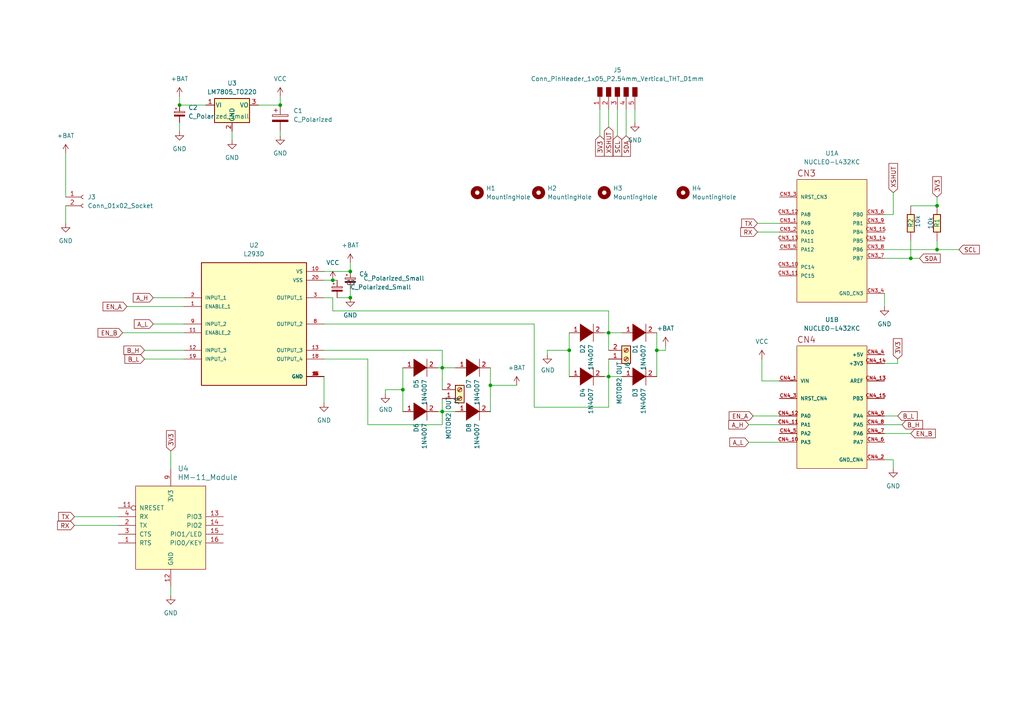
<source format=kicad_sch>
(kicad_sch (version 20230121) (generator eeschema)

  (uuid 50119e9e-c8f7-4e9d-b852-93ddc15dbe4a)

  (paper "A4")

  (title_block
    (title "Nucleo32_development_board")
  )

  (lib_symbols
    (symbol "Charleslabs_Parts:HM-11_Module" (pin_names (offset 1.016)) (in_bom yes) (on_board yes)
      (property "Reference" "U" (at -8.89 13.97 0)
        (effects (font (size 1.524 1.524)))
      )
      (property "Value" "HM-11_Module" (at 10.16 13.97 0)
        (effects (font (size 1.524 1.524)))
      )
      (property "Footprint" "Charleslabs_Parts:HM-11_Module" (at 0 -13.97 0)
        (effects (font (size 1.524 1.524)) hide)
      )
      (property "Datasheet" "" (at -10.16 -13.335 0)
        (effects (font (size 1.524 1.524)))
      )
      (symbol "HM-11_Module_0_1"
        (rectangle (start -10.16 12.7) (end 10.16 -11.43)
          (stroke (width 0) (type solid))
          (fill (type background))
        )
      )
      (symbol "HM-11_Module_1_1"
        (pin input line (at -15.24 -3.81 0) (length 5.08)
          (name "RTS" (effects (font (size 1.27 1.27))))
          (number "1" (effects (font (size 1.27 1.27))))
        )
        (pin no_connect line (at -12.7 -10.16 0) (length 2.54) hide
          (name "NC_(VCC)" (effects (font (size 1.27 1.27))))
          (number "10" (effects (font (size 1.27 1.27))))
        )
        (pin input inverted (at -15.24 6.35 0) (length 5.08)
          (name "NRESET" (effects (font (size 1.27 1.27))))
          (number "11" (effects (font (size 1.27 1.27))))
        )
        (pin input line (at 0 -16.51 90) (length 5.08)
          (name "GND" (effects (font (size 1.27 1.27))))
          (number "12" (effects (font (size 1.27 1.27))))
        )
        (pin input line (at 15.24 3.81 180) (length 5.08)
          (name "PIO3" (effects (font (size 1.27 1.27))))
          (number "13" (effects (font (size 1.27 1.27))))
        )
        (pin input line (at 15.24 1.27 180) (length 5.08)
          (name "PIO2" (effects (font (size 1.27 1.27))))
          (number "14" (effects (font (size 1.27 1.27))))
        )
        (pin input line (at 15.24 -1.27 180) (length 5.08)
          (name "PIO1/LED" (effects (font (size 1.27 1.27))))
          (number "15" (effects (font (size 1.27 1.27))))
        )
        (pin input line (at 15.24 -3.81 180) (length 5.08)
          (name "PIO0/KEY" (effects (font (size 1.27 1.27))))
          (number "16" (effects (font (size 1.27 1.27))))
        )
        (pin input line (at -15.24 1.27 0) (length 5.08)
          (name "TX" (effects (font (size 1.27 1.27))))
          (number "2" (effects (font (size 1.27 1.27))))
        )
        (pin input line (at -15.24 -1.27 0) (length 5.08)
          (name "CTS" (effects (font (size 1.27 1.27))))
          (number "3" (effects (font (size 1.27 1.27))))
        )
        (pin input line (at -15.24 3.81 0) (length 5.08)
          (name "RX" (effects (font (size 1.27 1.27))))
          (number "4" (effects (font (size 1.27 1.27))))
        )
        (pin no_connect line (at -12.7 -6.35 0) (length 2.54) hide
          (name "NC" (effects (font (size 1.27 1.27))))
          (number "5" (effects (font (size 1.27 1.27))))
        )
        (pin no_connect line (at -12.7 -7.62 0) (length 2.54) hide
          (name "NC" (effects (font (size 1.27 1.27))))
          (number "6" (effects (font (size 1.27 1.27))))
        )
        (pin no_connect line (at -12.7 -8.89 0) (length 2.54) hide
          (name "NC" (effects (font (size 1.27 1.27))))
          (number "7" (effects (font (size 1.27 1.27))))
        )
        (pin input line (at 0 17.78 270) (length 5.08)
          (name "3V3" (effects (font (size 1.27 1.27))))
          (number "9" (effects (font (size 1.27 1.27))))
        )
      )
    )
    (symbol "Connector:Conn_01x02_Socket" (pin_names (offset 1.016) hide) (in_bom yes) (on_board yes)
      (property "Reference" "J" (at 0 2.54 0)
        (effects (font (size 1.27 1.27)))
      )
      (property "Value" "Conn_01x02_Socket" (at 0 -5.08 0)
        (effects (font (size 1.27 1.27)))
      )
      (property "Footprint" "" (at 0 0 0)
        (effects (font (size 1.27 1.27)) hide)
      )
      (property "Datasheet" "~" (at 0 0 0)
        (effects (font (size 1.27 1.27)) hide)
      )
      (property "ki_locked" "" (at 0 0 0)
        (effects (font (size 1.27 1.27)))
      )
      (property "ki_keywords" "connector" (at 0 0 0)
        (effects (font (size 1.27 1.27)) hide)
      )
      (property "ki_description" "Generic connector, single row, 01x02, script generated" (at 0 0 0)
        (effects (font (size 1.27 1.27)) hide)
      )
      (property "ki_fp_filters" "Connector*:*_1x??_*" (at 0 0 0)
        (effects (font (size 1.27 1.27)) hide)
      )
      (symbol "Conn_01x02_Socket_1_1"
        (arc (start 0 -2.032) (mid -0.5058 -2.54) (end 0 -3.048)
          (stroke (width 0.1524) (type default))
          (fill (type none))
        )
        (polyline
          (pts
            (xy -1.27 -2.54)
            (xy -0.508 -2.54)
          )
          (stroke (width 0.1524) (type default))
          (fill (type none))
        )
        (polyline
          (pts
            (xy -1.27 0)
            (xy -0.508 0)
          )
          (stroke (width 0.1524) (type default))
          (fill (type none))
        )
        (arc (start 0 0.508) (mid -0.5058 0) (end 0 -0.508)
          (stroke (width 0.1524) (type default))
          (fill (type none))
        )
        (pin passive line (at -5.08 0 0) (length 3.81)
          (name "Pin_1" (effects (font (size 1.27 1.27))))
          (number "1" (effects (font (size 1.27 1.27))))
        )
        (pin passive line (at -5.08 -2.54 0) (length 3.81)
          (name "Pin_2" (effects (font (size 1.27 1.27))))
          (number "2" (effects (font (size 1.27 1.27))))
        )
      )
    )
    (symbol "Connector:Screw_Terminal_01x02" (pin_names (offset 1.016) hide) (in_bom yes) (on_board yes)
      (property "Reference" "J" (at 0 2.54 0)
        (effects (font (size 1.27 1.27)))
      )
      (property "Value" "Screw_Terminal_01x02" (at 0 -5.08 0)
        (effects (font (size 1.27 1.27)))
      )
      (property "Footprint" "" (at 0 0 0)
        (effects (font (size 1.27 1.27)) hide)
      )
      (property "Datasheet" "~" (at 0 0 0)
        (effects (font (size 1.27 1.27)) hide)
      )
      (property "ki_keywords" "screw terminal" (at 0 0 0)
        (effects (font (size 1.27 1.27)) hide)
      )
      (property "ki_description" "Generic screw terminal, single row, 01x02, script generated (kicad-library-utils/schlib/autogen/connector/)" (at 0 0 0)
        (effects (font (size 1.27 1.27)) hide)
      )
      (property "ki_fp_filters" "TerminalBlock*:*" (at 0 0 0)
        (effects (font (size 1.27 1.27)) hide)
      )
      (symbol "Screw_Terminal_01x02_1_1"
        (rectangle (start -1.27 1.27) (end 1.27 -3.81)
          (stroke (width 0.254) (type default))
          (fill (type background))
        )
        (circle (center 0 -2.54) (radius 0.635)
          (stroke (width 0.1524) (type default))
          (fill (type none))
        )
        (polyline
          (pts
            (xy -0.5334 -2.2098)
            (xy 0.3302 -3.048)
          )
          (stroke (width 0.1524) (type default))
          (fill (type none))
        )
        (polyline
          (pts
            (xy -0.5334 0.3302)
            (xy 0.3302 -0.508)
          )
          (stroke (width 0.1524) (type default))
          (fill (type none))
        )
        (polyline
          (pts
            (xy -0.3556 -2.032)
            (xy 0.508 -2.8702)
          )
          (stroke (width 0.1524) (type default))
          (fill (type none))
        )
        (polyline
          (pts
            (xy -0.3556 0.508)
            (xy 0.508 -0.3302)
          )
          (stroke (width 0.1524) (type default))
          (fill (type none))
        )
        (circle (center 0 0) (radius 0.635)
          (stroke (width 0.1524) (type default))
          (fill (type none))
        )
        (pin passive line (at -5.08 0 0) (length 3.81)
          (name "Pin_1" (effects (font (size 1.27 1.27))))
          (number "1" (effects (font (size 1.27 1.27))))
        )
        (pin passive line (at -5.08 -2.54 0) (length 3.81)
          (name "Pin_2" (effects (font (size 1.27 1.27))))
          (number "2" (effects (font (size 1.27 1.27))))
        )
      )
    )
    (symbol "Device:C_Polarized" (pin_numbers hide) (pin_names (offset 0.254)) (in_bom yes) (on_board yes)
      (property "Reference" "C" (at 0.635 2.54 0)
        (effects (font (size 1.27 1.27)) (justify left))
      )
      (property "Value" "C_Polarized" (at 0.635 -2.54 0)
        (effects (font (size 1.27 1.27)) (justify left))
      )
      (property "Footprint" "" (at 0.9652 -3.81 0)
        (effects (font (size 1.27 1.27)) hide)
      )
      (property "Datasheet" "~" (at 0 0 0)
        (effects (font (size 1.27 1.27)) hide)
      )
      (property "ki_keywords" "cap capacitor" (at 0 0 0)
        (effects (font (size 1.27 1.27)) hide)
      )
      (property "ki_description" "Polarized capacitor" (at 0 0 0)
        (effects (font (size 1.27 1.27)) hide)
      )
      (property "ki_fp_filters" "CP_*" (at 0 0 0)
        (effects (font (size 1.27 1.27)) hide)
      )
      (symbol "C_Polarized_0_1"
        (rectangle (start -2.286 0.508) (end 2.286 1.016)
          (stroke (width 0) (type default))
          (fill (type none))
        )
        (polyline
          (pts
            (xy -1.778 2.286)
            (xy -0.762 2.286)
          )
          (stroke (width 0) (type default))
          (fill (type none))
        )
        (polyline
          (pts
            (xy -1.27 2.794)
            (xy -1.27 1.778)
          )
          (stroke (width 0) (type default))
          (fill (type none))
        )
        (rectangle (start 2.286 -0.508) (end -2.286 -1.016)
          (stroke (width 0) (type default))
          (fill (type outline))
        )
      )
      (symbol "C_Polarized_1_1"
        (pin passive line (at 0 3.81 270) (length 2.794)
          (name "~" (effects (font (size 1.27 1.27))))
          (number "1" (effects (font (size 1.27 1.27))))
        )
        (pin passive line (at 0 -3.81 90) (length 2.794)
          (name "~" (effects (font (size 1.27 1.27))))
          (number "2" (effects (font (size 1.27 1.27))))
        )
      )
    )
    (symbol "Device:C_Polarized_Small" (pin_numbers hide) (pin_names (offset 0.254) hide) (in_bom yes) (on_board yes)
      (property "Reference" "C" (at 0.254 1.778 0)
        (effects (font (size 1.27 1.27)) (justify left))
      )
      (property "Value" "C_Polarized_Small" (at 0.254 -2.032 0)
        (effects (font (size 1.27 1.27)) (justify left))
      )
      (property "Footprint" "" (at 0 0 0)
        (effects (font (size 1.27 1.27)) hide)
      )
      (property "Datasheet" "~" (at 0 0 0)
        (effects (font (size 1.27 1.27)) hide)
      )
      (property "ki_keywords" "cap capacitor" (at 0 0 0)
        (effects (font (size 1.27 1.27)) hide)
      )
      (property "ki_description" "Polarized capacitor, small symbol" (at 0 0 0)
        (effects (font (size 1.27 1.27)) hide)
      )
      (property "ki_fp_filters" "CP_*" (at 0 0 0)
        (effects (font (size 1.27 1.27)) hide)
      )
      (symbol "C_Polarized_Small_0_1"
        (rectangle (start -1.524 -0.3048) (end 1.524 -0.6858)
          (stroke (width 0) (type default))
          (fill (type outline))
        )
        (rectangle (start -1.524 0.6858) (end 1.524 0.3048)
          (stroke (width 0) (type default))
          (fill (type none))
        )
        (polyline
          (pts
            (xy -1.27 1.524)
            (xy -0.762 1.524)
          )
          (stroke (width 0) (type default))
          (fill (type none))
        )
        (polyline
          (pts
            (xy -1.016 1.27)
            (xy -1.016 1.778)
          )
          (stroke (width 0) (type default))
          (fill (type none))
        )
      )
      (symbol "C_Polarized_Small_1_1"
        (pin passive line (at 0 2.54 270) (length 1.8542)
          (name "~" (effects (font (size 1.27 1.27))))
          (number "1" (effects (font (size 1.27 1.27))))
        )
        (pin passive line (at 0 -2.54 90) (length 1.8542)
          (name "~" (effects (font (size 1.27 1.27))))
          (number "2" (effects (font (size 1.27 1.27))))
        )
      )
    )
    (symbol "Fab:Conn_PinHeader_1x05_P2.54mm_Vertical_THT_D1mm" (pin_names hide) (in_bom yes) (on_board yes)
      (property "Reference" "J" (at 0 7.62 0)
        (effects (font (size 1.27 1.27)))
      )
      (property "Value" "Conn_PinHeader_1x05_P2.54mm_Vertical_THT_D1mm" (at 0 -7.62 0)
        (effects (font (size 1.27 1.27)))
      )
      (property "Footprint" "fab:PinHeader_1x05_P2.54mm_Vertical_THT_D1mm" (at 0 0 0)
        (effects (font (size 1.27 1.27)) hide)
      )
      (property "Datasheet" "~" (at 0 0 0)
        (effects (font (size 1.27 1.27)) hide)
      )
      (property "ki_keywords" "single row male connector" (at 0 0 0)
        (effects (font (size 1.27 1.27)) hide)
      )
      (property "ki_description" "Male connector, single row" (at 0 0 0)
        (effects (font (size 1.27 1.27)) hide)
      )
      (property "ki_fp_filters" "*PinHeader*1x05*" (at 0 0 0)
        (effects (font (size 1.27 1.27)) hide)
      )
      (symbol "Conn_PinHeader_1x05_P2.54mm_Vertical_THT_D1mm_1_1"
        (rectangle (start -1.27 -4.445) (end 1.27 -5.715)
          (stroke (width 0.254) (type default))
          (fill (type outline))
        )
        (rectangle (start -1.27 -1.905) (end 1.27 -3.175)
          (stroke (width 0.254) (type default))
          (fill (type outline))
        )
        (rectangle (start -1.27 0.635) (end 1.27 -0.635)
          (stroke (width 0.254) (type default))
          (fill (type outline))
        )
        (rectangle (start -1.27 3.175) (end 1.27 1.905)
          (stroke (width 0.254) (type default))
          (fill (type outline))
        )
        (rectangle (start -1.27 5.715) (end 1.27 4.445)
          (stroke (width 0.254) (type default))
          (fill (type outline))
        )
        (pin passive line (at 5.08 5.08 180) (length 3.81)
          (name "Pin_1" (effects (font (size 1.27 1.27))))
          (number "1" (effects (font (size 1.27 1.27))))
        )
        (pin passive line (at 5.08 2.54 180) (length 3.81)
          (name "Pin_2" (effects (font (size 1.27 1.27))))
          (number "2" (effects (font (size 1.27 1.27))))
        )
        (pin passive line (at 5.08 0 180) (length 3.81)
          (name "Pin_3" (effects (font (size 1.27 1.27))))
          (number "3" (effects (font (size 1.27 1.27))))
        )
        (pin passive line (at 5.08 -2.54 180) (length 3.81)
          (name "Pin_4" (effects (font (size 1.27 1.27))))
          (number "4" (effects (font (size 1.27 1.27))))
        )
        (pin passive line (at 5.08 -5.08 180) (length 3.81)
          (name "Pin_5" (effects (font (size 1.27 1.27))))
          (number "5" (effects (font (size 1.27 1.27))))
        )
      )
    )
    (symbol "Fab:R_1206" (pin_numbers hide) (pin_names (offset 0)) (in_bom yes) (on_board yes)
      (property "Reference" "R" (at 2.54 0 90)
        (effects (font (size 1.27 1.27)))
      )
      (property "Value" "R_1206" (at -2.54 0 90)
        (effects (font (size 1.27 1.27)))
      )
      (property "Footprint" "fab:R_1206" (at 0 0 90)
        (effects (font (size 1.27 1.27)) hide)
      )
      (property "Datasheet" "~" (at 0 0 0)
        (effects (font (size 1.27 1.27)) hide)
      )
      (property "ki_keywords" "R res resistor RC1206FR-070RL RC1206FR-071RL RC1206FR-0710RL RC1206FR-07100RL RC1206FR-07499RL RC1206FR-071KL RC1206FR-074K99L RC1206FR-0710KL RC1206FR-07100KL RC1206FR-071ML RC1206FR-0710ML" (at 0 0 0)
        (effects (font (size 1.27 1.27)) hide)
      )
      (property "ki_description" "Resistor" (at 0 0 0)
        (effects (font (size 1.27 1.27)) hide)
      )
      (property "ki_fp_filters" "*R*1206*" (at 0 0 0)
        (effects (font (size 1.27 1.27)) hide)
      )
      (symbol "R_1206_0_1"
        (rectangle (start -1.016 -2.54) (end 1.016 2.54)
          (stroke (width 0.254) (type default))
          (fill (type background))
        )
      )
      (symbol "R_1206_1_1"
        (pin passive line (at 0 5.08 270) (length 2.54)
          (name "~" (effects (font (size 1.27 1.27))))
          (number "1" (effects (font (size 1.27 1.27))))
        )
        (pin passive line (at 0 -5.08 90) (length 2.54)
          (name "~" (effects (font (size 1.27 1.27))))
          (number "2" (effects (font (size 1.27 1.27))))
        )
      )
    )
    (symbol "L293D Module-rescue:DIODE-pspice" (pin_names (offset 1.016) hide) (in_bom yes) (on_board yes)
      (property "Reference" "D" (at 0 3.81 0)
        (effects (font (size 1.27 1.27)))
      )
      (property "Value" "pspice_DIODE" (at 0 -4.445 0)
        (effects (font (size 1.27 1.27)))
      )
      (property "Footprint" "" (at 0 0 0)
        (effects (font (size 1.27 1.27)) hide)
      )
      (property "Datasheet" "" (at 0 0 0)
        (effects (font (size 1.27 1.27)) hide)
      )
      (symbol "DIODE-pspice_0_1"
        (polyline
          (pts
            (xy 1.905 2.54)
            (xy 1.905 -2.54)
          )
          (stroke (width 0) (type solid))
          (fill (type none))
        )
        (polyline
          (pts
            (xy -1.905 2.54)
            (xy -1.905 -2.54)
            (xy 1.905 0)
          )
          (stroke (width 0) (type solid))
          (fill (type outline))
        )
      )
      (symbol "DIODE-pspice_1_1"
        (pin input line (at -5.08 0 0) (length 3.81)
          (name "K" (effects (font (size 1.27 1.27))))
          (number "1" (effects (font (size 1.27 1.27))))
        )
        (pin input line (at 5.08 0 180) (length 3.81)
          (name "A" (effects (font (size 1.27 1.27))))
          (number "2" (effects (font (size 1.27 1.27))))
        )
      )
    )
    (symbol "L293DD:L293DD" (pin_names (offset 1.016)) (in_bom yes) (on_board yes)
      (property "Reference" "U" (at -15 18.7 0)
        (effects (font (size 1.27 1.27)) (justify left bottom))
      )
      (property "Value" "L293DD" (at -15 -20 0)
        (effects (font (size 1.27 1.27)) (justify left bottom))
      )
      (property "Footprint" "SOIC127P1032X265-20N" (at 0 0 0)
        (effects (font (size 1.27 1.27)) (justify bottom) hide)
      )
      (property "Datasheet" "" (at 0 0 0)
        (effects (font (size 1.27 1.27)) hide)
      )
      (property "PARTREV" "N/A" (at 0 0 0)
        (effects (font (size 1.27 1.27)) (justify bottom) hide)
      )
      (property "STANDARD" "IPC-7351B" (at 0 0 0)
        (effects (font (size 1.27 1.27)) (justify bottom) hide)
      )
      (property "MANUFACTURER" "STMicroelectronics" (at 0 0 0)
        (effects (font (size 1.27 1.27)) (justify bottom) hide)
      )
      (symbol "L293DD_0_0"
        (rectangle (start -15.24 -17.78) (end 15.24 17.78)
          (stroke (width 0.254) (type default))
          (fill (type background))
        )
        (pin input line (at -20.32 5.08 0) (length 5.08)
          (name "ENABLE_1" (effects (font (size 1.016 1.016))))
          (number "1" (effects (font (size 1.016 1.016))))
        )
        (pin power_in line (at 20.32 15.24 180) (length 5.08)
          (name "VS" (effects (font (size 1.016 1.016))))
          (number "10" (effects (font (size 1.016 1.016))))
        )
        (pin input line (at -20.32 -2.54 0) (length 5.08)
          (name "ENABLE_2" (effects (font (size 1.016 1.016))))
          (number "11" (effects (font (size 1.016 1.016))))
        )
        (pin input line (at -20.32 -7.62 0) (length 5.08)
          (name "INPUT_3" (effects (font (size 1.016 1.016))))
          (number "12" (effects (font (size 1.016 1.016))))
        )
        (pin output line (at 20.32 -7.62 180) (length 5.08)
          (name "OUTPUT_3" (effects (font (size 1.016 1.016))))
          (number "13" (effects (font (size 1.016 1.016))))
        )
        (pin power_in line (at 20.32 -15.24 180) (length 5.08)
          (name "GND" (effects (font (size 1.016 1.016))))
          (number "14" (effects (font (size 1.016 1.016))))
        )
        (pin power_in line (at 20.32 -15.24 180) (length 5.08)
          (name "GND" (effects (font (size 1.016 1.016))))
          (number "15" (effects (font (size 1.016 1.016))))
        )
        (pin power_in line (at 20.32 -15.24 180) (length 5.08)
          (name "GND" (effects (font (size 1.016 1.016))))
          (number "16" (effects (font (size 1.016 1.016))))
        )
        (pin power_in line (at 20.32 -15.24 180) (length 5.08)
          (name "GND" (effects (font (size 1.016 1.016))))
          (number "17" (effects (font (size 1.016 1.016))))
        )
        (pin output line (at 20.32 -10.16 180) (length 5.08)
          (name "OUTPUT_4" (effects (font (size 1.016 1.016))))
          (number "18" (effects (font (size 1.016 1.016))))
        )
        (pin input line (at -20.32 -10.16 0) (length 5.08)
          (name "INPUT_4" (effects (font (size 1.016 1.016))))
          (number "19" (effects (font (size 1.016 1.016))))
        )
        (pin input line (at -20.32 7.62 0) (length 5.08)
          (name "INPUT_1" (effects (font (size 1.016 1.016))))
          (number "2" (effects (font (size 1.016 1.016))))
        )
        (pin power_in line (at 20.32 12.7 180) (length 5.08)
          (name "VSS" (effects (font (size 1.016 1.016))))
          (number "20" (effects (font (size 1.016 1.016))))
        )
        (pin output line (at 20.32 7.62 180) (length 5.08)
          (name "OUTPUT_1" (effects (font (size 1.016 1.016))))
          (number "3" (effects (font (size 1.016 1.016))))
        )
        (pin power_in line (at 20.32 -15.24 180) (length 5.08)
          (name "GND" (effects (font (size 1.016 1.016))))
          (number "4" (effects (font (size 1.016 1.016))))
        )
        (pin power_in line (at 20.32 -15.24 180) (length 5.08)
          (name "GND" (effects (font (size 1.016 1.016))))
          (number "5" (effects (font (size 1.016 1.016))))
        )
        (pin power_in line (at 20.32 -15.24 180) (length 5.08)
          (name "GND" (effects (font (size 1.016 1.016))))
          (number "6" (effects (font (size 1.016 1.016))))
        )
        (pin power_in line (at 20.32 -15.24 180) (length 5.08)
          (name "GND" (effects (font (size 1.016 1.016))))
          (number "7" (effects (font (size 1.016 1.016))))
        )
        (pin output line (at 20.32 0 180) (length 5.08)
          (name "OUTPUT_2" (effects (font (size 1.016 1.016))))
          (number "8" (effects (font (size 1.016 1.016))))
        )
        (pin input line (at -20.32 0 0) (length 5.08)
          (name "INPUT_2" (effects (font (size 1.016 1.016))))
          (number "9" (effects (font (size 1.016 1.016))))
        )
      )
    )
    (symbol "Mechanical:MountingHole" (pin_names (offset 1.016)) (in_bom yes) (on_board yes)
      (property "Reference" "H" (at 0 5.08 0)
        (effects (font (size 1.27 1.27)))
      )
      (property "Value" "MountingHole" (at 0 3.175 0)
        (effects (font (size 1.27 1.27)))
      )
      (property "Footprint" "" (at 0 0 0)
        (effects (font (size 1.27 1.27)) hide)
      )
      (property "Datasheet" "~" (at 0 0 0)
        (effects (font (size 1.27 1.27)) hide)
      )
      (property "ki_keywords" "mounting hole" (at 0 0 0)
        (effects (font (size 1.27 1.27)) hide)
      )
      (property "ki_description" "Mounting Hole without connection" (at 0 0 0)
        (effects (font (size 1.27 1.27)) hide)
      )
      (property "ki_fp_filters" "MountingHole*" (at 0 0 0)
        (effects (font (size 1.27 1.27)) hide)
      )
      (symbol "MountingHole_0_1"
        (circle (center 0 0) (radius 1.27)
          (stroke (width 1.27) (type default))
          (fill (type none))
        )
      )
    )
    (symbol "Regulator_Linear:LM7805_TO220" (pin_names (offset 0.254)) (in_bom yes) (on_board yes)
      (property "Reference" "U" (at -3.81 3.175 0)
        (effects (font (size 1.27 1.27)))
      )
      (property "Value" "LM7805_TO220" (at 0 3.175 0)
        (effects (font (size 1.27 1.27)) (justify left))
      )
      (property "Footprint" "Package_TO_SOT_THT:TO-220-3_Vertical" (at 0 5.715 0)
        (effects (font (size 1.27 1.27) italic) hide)
      )
      (property "Datasheet" "https://www.onsemi.cn/PowerSolutions/document/MC7800-D.PDF" (at 0 -1.27 0)
        (effects (font (size 1.27 1.27)) hide)
      )
      (property "ki_keywords" "Voltage Regulator 1A Positive" (at 0 0 0)
        (effects (font (size 1.27 1.27)) hide)
      )
      (property "ki_description" "Positive 1A 35V Linear Regulator, Fixed Output 5V, TO-220" (at 0 0 0)
        (effects (font (size 1.27 1.27)) hide)
      )
      (property "ki_fp_filters" "TO?220*" (at 0 0 0)
        (effects (font (size 1.27 1.27)) hide)
      )
      (symbol "LM7805_TO220_0_1"
        (rectangle (start -5.08 1.905) (end 5.08 -5.08)
          (stroke (width 0.254) (type default))
          (fill (type background))
        )
      )
      (symbol "LM7805_TO220_1_1"
        (pin power_in line (at -7.62 0 0) (length 2.54)
          (name "VI" (effects (font (size 1.27 1.27))))
          (number "1" (effects (font (size 1.27 1.27))))
        )
        (pin power_in line (at 0 -7.62 90) (length 2.54)
          (name "GND" (effects (font (size 1.27 1.27))))
          (number "2" (effects (font (size 1.27 1.27))))
        )
        (pin power_out line (at 7.62 0 180) (length 2.54)
          (name "VO" (effects (font (size 1.27 1.27))))
          (number "3" (effects (font (size 1.27 1.27))))
        )
      )
    )
    (symbol "VCC_1" (power) (pin_names (offset 0)) (in_bom yes) (on_board yes)
      (property "Reference" "#PWR" (at 0 -3.81 0)
        (effects (font (size 1.27 1.27)) hide)
      )
      (property "Value" "VCC_1" (at 0 3.81 0)
        (effects (font (size 1.27 1.27)))
      )
      (property "Footprint" "" (at 0 0 0)
        (effects (font (size 1.27 1.27)) hide)
      )
      (property "Datasheet" "" (at 0 0 0)
        (effects (font (size 1.27 1.27)) hide)
      )
      (property "ki_keywords" "global power" (at 0 0 0)
        (effects (font (size 1.27 1.27)) hide)
      )
      (property "ki_description" "Power symbol creates a global label with name \"VCC\"" (at 0 0 0)
        (effects (font (size 1.27 1.27)) hide)
      )
      (symbol "VCC_1_0_1"
        (polyline
          (pts
            (xy -0.762 1.27)
            (xy 0 2.54)
          )
          (stroke (width 0) (type default))
          (fill (type none))
        )
        (polyline
          (pts
            (xy 0 0)
            (xy 0 2.54)
          )
          (stroke (width 0) (type default))
          (fill (type none))
        )
        (polyline
          (pts
            (xy 0 2.54)
            (xy 0.762 1.27)
          )
          (stroke (width 0) (type default))
          (fill (type none))
        )
      )
      (symbol "VCC_1_1_1"
        (pin power_in line (at 0 0 90) (length 0) hide
          (name "VCC" (effects (font (size 1.27 1.27))))
          (number "1" (effects (font (size 1.27 1.27))))
        )
      )
    )
    (symbol "VCC_2" (power) (pin_names (offset 0)) (in_bom yes) (on_board yes)
      (property "Reference" "#PWR01" (at 0 -3.81 0)
        (effects (font (size 1.27 1.27)) hide)
      )
      (property "Value" "VCC_2" (at 0 5.08 0)
        (effects (font (size 1.27 1.27)))
      )
      (property "Footprint" "" (at 0 0 0)
        (effects (font (size 1.27 1.27)) hide)
      )
      (property "Datasheet" "" (at 0 0 0)
        (effects (font (size 1.27 1.27)) hide)
      )
      (property "ki_keywords" "global power" (at 0 0 0)
        (effects (font (size 1.27 1.27)) hide)
      )
      (property "ki_description" "Power symbol creates a global label with name \"VCC\"" (at 0 0 0)
        (effects (font (size 1.27 1.27)) hide)
      )
      (symbol "VCC_2_0_1"
        (polyline
          (pts
            (xy -0.762 1.27)
            (xy 0 2.54)
          )
          (stroke (width 0) (type default))
          (fill (type none))
        )
        (polyline
          (pts
            (xy 0 0)
            (xy 0 2.54)
          )
          (stroke (width 0) (type default))
          (fill (type none))
        )
        (polyline
          (pts
            (xy 0 2.54)
            (xy 0.762 1.27)
          )
          (stroke (width 0) (type default))
          (fill (type none))
        )
      )
      (symbol "VCC_2_1_1"
        (pin power_in line (at 0 0 90) (length 0) hide
          (name "+BAT" (effects (font (size 1.27 1.27))))
          (number "1" (effects (font (size 1.27 1.27))))
        )
      )
    )
    (symbol "VCC_3" (power) (pin_names (offset 0)) (in_bom yes) (on_board yes)
      (property "Reference" "#PWR05" (at 0 -3.81 0)
        (effects (font (size 1.27 1.27)) hide)
      )
      (property "Value" "VCC_3" (at 0 5.08 0)
        (effects (font (size 1.27 1.27)))
      )
      (property "Footprint" "" (at 0 0 0)
        (effects (font (size 1.27 1.27)) hide)
      )
      (property "Datasheet" "" (at 0 0 0)
        (effects (font (size 1.27 1.27)) hide)
      )
      (property "ki_keywords" "global power" (at 0 0 0)
        (effects (font (size 1.27 1.27)) hide)
      )
      (property "ki_description" "Power symbol creates a global label with name \"VCC\"" (at 0 0 0)
        (effects (font (size 1.27 1.27)) hide)
      )
      (symbol "VCC_3_0_1"
        (polyline
          (pts
            (xy -0.762 1.27)
            (xy 0 2.54)
          )
          (stroke (width 0) (type default))
          (fill (type none))
        )
        (polyline
          (pts
            (xy 0 0)
            (xy 0 2.54)
          )
          (stroke (width 0) (type default))
          (fill (type none))
        )
        (polyline
          (pts
            (xy 0 2.54)
            (xy 0.762 1.27)
          )
          (stroke (width 0) (type default))
          (fill (type none))
        )
      )
      (symbol "VCC_3_1_1"
        (pin power_in line (at 0 0 90) (length 0) hide
          (name "+BAT" (effects (font (size 1.27 1.27))))
          (number "1" (effects (font (size 1.27 1.27))))
        )
      )
    )
    (symbol "VCC_4" (power) (pin_names (offset 0)) (in_bom yes) (on_board yes)
      (property "Reference" "#PWR012" (at 0 -3.81 0)
        (effects (font (size 1.27 1.27)) hide)
      )
      (property "Value" "VCC_4" (at 0 5.08 0)
        (effects (font (size 1.27 1.27)))
      )
      (property "Footprint" "" (at 0 0 0)
        (effects (font (size 1.27 1.27)) hide)
      )
      (property "Datasheet" "" (at 0 0 0)
        (effects (font (size 1.27 1.27)) hide)
      )
      (property "ki_keywords" "global power" (at 0 0 0)
        (effects (font (size 1.27 1.27)) hide)
      )
      (property "ki_description" "Power symbol creates a global label with name \"VCC\"" (at 0 0 0)
        (effects (font (size 1.27 1.27)) hide)
      )
      (symbol "VCC_4_0_1"
        (polyline
          (pts
            (xy -0.762 1.27)
            (xy 0 2.54)
          )
          (stroke (width 0) (type default))
          (fill (type none))
        )
        (polyline
          (pts
            (xy 0 0)
            (xy 0 2.54)
          )
          (stroke (width 0) (type default))
          (fill (type none))
        )
        (polyline
          (pts
            (xy 0 2.54)
            (xy 0.762 1.27)
          )
          (stroke (width 0) (type default))
          (fill (type none))
        )
      )
      (symbol "VCC_4_1_1"
        (pin power_in line (at 0 0 90) (length 0) hide
          (name "+BAT" (effects (font (size 1.27 1.27))))
          (number "1" (effects (font (size 1.27 1.27))))
        )
      )
    )
    (symbol "VCC_5" (power) (pin_names (offset 0)) (in_bom yes) (on_board yes)
      (property "Reference" "#PWR015" (at 0 -3.81 0)
        (effects (font (size 1.27 1.27)) hide)
      )
      (property "Value" "VCC_5" (at 0 5.08 0)
        (effects (font (size 1.27 1.27)))
      )
      (property "Footprint" "" (at 0 0 0)
        (effects (font (size 1.27 1.27)) hide)
      )
      (property "Datasheet" "" (at 0 0 0)
        (effects (font (size 1.27 1.27)) hide)
      )
      (property "ki_keywords" "global power" (at 0 0 0)
        (effects (font (size 1.27 1.27)) hide)
      )
      (property "ki_description" "Power symbol creates a global label with name \"VCC\"" (at 0 0 0)
        (effects (font (size 1.27 1.27)) hide)
      )
      (symbol "VCC_5_0_1"
        (polyline
          (pts
            (xy -0.762 1.27)
            (xy 0 2.54)
          )
          (stroke (width 0) (type default))
          (fill (type none))
        )
        (polyline
          (pts
            (xy 0 0)
            (xy 0 2.54)
          )
          (stroke (width 0) (type default))
          (fill (type none))
        )
        (polyline
          (pts
            (xy 0 2.54)
            (xy 0.762 1.27)
          )
          (stroke (width 0) (type default))
          (fill (type none))
        )
      )
      (symbol "VCC_5_1_1"
        (pin power_in line (at 0 0 90) (length 0) hide
          (name "+BAT" (effects (font (size 1.27 1.27))))
          (number "1" (effects (font (size 1.27 1.27))))
        )
      )
    )
    (symbol "nucleo:NUCLEO-L432KC" (pin_names (offset 1.016)) (in_bom yes) (on_board yes)
      (property "Reference" "U" (at -10.16 21.082 0)
        (effects (font (size 1.27 1.27)) (justify left bottom))
      )
      (property "Value" "NUCLEO-L432KC" (at -10.16 -20.32 0)
        (effects (font (size 1.27 1.27)) (justify left bottom))
      )
      (property "Footprint" "MODULE_NUCLEO-L432KC" (at 0 0 0)
        (effects (font (size 1.27 1.27)) (justify bottom) hide)
      )
      (property "Datasheet" "" (at 0 0 0)
        (effects (font (size 1.27 1.27)) hide)
      )
      (property "PARTREV" "N/A" (at 0 0 0)
        (effects (font (size 1.27 1.27)) (justify bottom) hide)
      )
      (property "STANDARD" "Manufacturer Recommendations" (at 0 0 0)
        (effects (font (size 1.27 1.27)) (justify bottom) hide)
      )
      (property "MAXIMUM_PACKAGE_HEIGHT" "N/A" (at 0 0 0)
        (effects (font (size 1.27 1.27)) (justify bottom) hide)
      )
      (property "MANUFACTURER" "ST Microelectronics" (at 0 0 0)
        (effects (font (size 1.27 1.27)) (justify bottom) hide)
      )
      (symbol "NUCLEO-L432KC_1_0"
        (rectangle (start -10.16 -17.78) (end 10.16 17.78)
          (stroke (width 0.1524) (type default))
          (fill (type background))
        )
        (text "CN3" (at -10.16 18.542 0)
          (effects (font (size 1.778 1.778)) (justify left bottom))
        )
        (pin bidirectional line (at -15.24 5.08 0) (length 5.08)
          (name "PA9" (effects (font (size 1.016 1.016))))
          (number "CN3_1" (effects (font (size 1.016 1.016))))
        )
        (pin bidirectional line (at -15.24 -7.62 0) (length 5.08)
          (name "PC14" (effects (font (size 1.016 1.016))))
          (number "CN3_10" (effects (font (size 1.016 1.016))))
        )
        (pin bidirectional line (at -15.24 -10.16 0) (length 5.08)
          (name "PC15" (effects (font (size 1.016 1.016))))
          (number "CN3_11" (effects (font (size 1.016 1.016))))
        )
        (pin bidirectional line (at -15.24 7.62 0) (length 5.08)
          (name "PA8" (effects (font (size 1.016 1.016))))
          (number "CN3_12" (effects (font (size 1.016 1.016))))
        )
        (pin bidirectional line (at -15.24 0 0) (length 5.08)
          (name "PA11" (effects (font (size 1.016 1.016))))
          (number "CN3_13" (effects (font (size 1.016 1.016))))
        )
        (pin bidirectional line (at 15.24 0 180) (length 5.08)
          (name "PB5" (effects (font (size 1.016 1.016))))
          (number "CN3_14" (effects (font (size 1.016 1.016))))
        )
        (pin bidirectional line (at 15.24 2.54 180) (length 5.08)
          (name "PB4" (effects (font (size 1.016 1.016))))
          (number "CN3_15" (effects (font (size 1.016 1.016))))
        )
        (pin bidirectional line (at -15.24 2.54 0) (length 5.08)
          (name "PA10" (effects (font (size 1.016 1.016))))
          (number "CN3_2" (effects (font (size 1.016 1.016))))
        )
        (pin bidirectional line (at -15.24 12.7 0) (length 5.08)
          (name "NRST_CN3" (effects (font (size 1.016 1.016))))
          (number "CN3_3" (effects (font (size 1.016 1.016))))
        )
        (pin power_in line (at 15.24 -15.24 180) (length 5.08)
          (name "GND_CN3" (effects (font (size 1.016 1.016))))
          (number "CN3_4" (effects (font (size 1.016 1.016))))
        )
        (pin bidirectional line (at -15.24 -2.54 0) (length 5.08)
          (name "PA12" (effects (font (size 1.016 1.016))))
          (number "CN3_5" (effects (font (size 1.016 1.016))))
        )
        (pin bidirectional line (at 15.24 7.62 180) (length 5.08)
          (name "PB0" (effects (font (size 1.016 1.016))))
          (number "CN3_6" (effects (font (size 1.016 1.016))))
        )
        (pin bidirectional line (at 15.24 -5.08 180) (length 5.08)
          (name "PB7" (effects (font (size 1.016 1.016))))
          (number "CN3_7" (effects (font (size 1.016 1.016))))
        )
        (pin bidirectional line (at 15.24 -2.54 180) (length 5.08)
          (name "PB6" (effects (font (size 1.016 1.016))))
          (number "CN3_8" (effects (font (size 1.016 1.016))))
        )
        (pin bidirectional line (at 15.24 5.08 180) (length 5.08)
          (name "PB1" (effects (font (size 1.016 1.016))))
          (number "CN3_9" (effects (font (size 1.016 1.016))))
        )
      )
      (symbol "NUCLEO-L432KC_2_0"
        (rectangle (start -10.16 -17.78) (end 10.16 17.78)
          (stroke (width 0.1524) (type default))
          (fill (type background))
        )
        (text "CN4" (at -10.16 18.542 0)
          (effects (font (size 1.778 1.778)) (justify left bottom))
        )
        (pin input line (at -15.24 7.62 0) (length 5.08)
          (name "VIN" (effects (font (size 1.016 1.016))))
          (number "CN4_1" (effects (font (size 1.016 1.016))))
        )
        (pin bidirectional line (at -15.24 -10.16 0) (length 5.08)
          (name "PA3" (effects (font (size 1.016 1.016))))
          (number "CN4_10" (effects (font (size 1.016 1.016))))
        )
        (pin bidirectional line (at -15.24 -5.08 0) (length 5.08)
          (name "PA1" (effects (font (size 1.016 1.016))))
          (number "CN4_11" (effects (font (size 1.016 1.016))))
        )
        (pin bidirectional line (at -15.24 -2.54 0) (length 5.08)
          (name "PA0" (effects (font (size 1.016 1.016))))
          (number "CN4_12" (effects (font (size 1.016 1.016))))
        )
        (pin bidirectional line (at 15.24 7.62 180) (length 5.08)
          (name "AREF" (effects (font (size 1.016 1.016))))
          (number "CN4_13" (effects (font (size 1.016 1.016))))
        )
        (pin power_in line (at 15.24 12.7 180) (length 5.08)
          (name "+3V3" (effects (font (size 1.016 1.016))))
          (number "CN4_14" (effects (font (size 1.016 1.016))))
        )
        (pin bidirectional line (at 15.24 2.54 180) (length 5.08)
          (name "PB3" (effects (font (size 1.016 1.016))))
          (number "CN4_15" (effects (font (size 1.016 1.016))))
        )
        (pin power_in line (at 15.24 -15.24 180) (length 5.08)
          (name "GND_CN4" (effects (font (size 1.016 1.016))))
          (number "CN4_2" (effects (font (size 1.016 1.016))))
        )
        (pin bidirectional line (at -15.24 2.54 0) (length 5.08)
          (name "NRST_CN4" (effects (font (size 1.016 1.016))))
          (number "CN4_3" (effects (font (size 1.016 1.016))))
        )
        (pin power_in line (at 15.24 15.24 180) (length 5.08)
          (name "+5V" (effects (font (size 1.016 1.016))))
          (number "CN4_4" (effects (font (size 1.016 1.016))))
        )
        (pin bidirectional line (at -15.24 -7.62 0) (length 5.08)
          (name "PA2" (effects (font (size 1.016 1.016))))
          (number "CN4_5" (effects (font (size 1.016 1.016))))
        )
        (pin bidirectional line (at 15.24 -10.16 180) (length 5.08)
          (name "PA7" (effects (font (size 1.016 1.016))))
          (number "CN4_6" (effects (font (size 1.016 1.016))))
        )
        (pin bidirectional line (at 15.24 -7.62 180) (length 5.08)
          (name "PA6" (effects (font (size 1.016 1.016))))
          (number "CN4_7" (effects (font (size 1.016 1.016))))
        )
        (pin bidirectional line (at 15.24 -5.08 180) (length 5.08)
          (name "PA5" (effects (font (size 1.016 1.016))))
          (number "CN4_8" (effects (font (size 1.016 1.016))))
        )
        (pin bidirectional line (at 15.24 -2.54 180) (length 5.08)
          (name "PA4" (effects (font (size 1.016 1.016))))
          (number "CN4_9" (effects (font (size 1.016 1.016))))
        )
      )
    )
    (symbol "power:GND" (power) (pin_names (offset 0)) (in_bom yes) (on_board yes)
      (property "Reference" "#PWR" (at 0 -6.35 0)
        (effects (font (size 1.27 1.27)) hide)
      )
      (property "Value" "GND" (at 0 -3.81 0)
        (effects (font (size 1.27 1.27)))
      )
      (property "Footprint" "" (at 0 0 0)
        (effects (font (size 1.27 1.27)) hide)
      )
      (property "Datasheet" "" (at 0 0 0)
        (effects (font (size 1.27 1.27)) hide)
      )
      (property "ki_keywords" "global power" (at 0 0 0)
        (effects (font (size 1.27 1.27)) hide)
      )
      (property "ki_description" "Power symbol creates a global label with name \"GND\" , ground" (at 0 0 0)
        (effects (font (size 1.27 1.27)) hide)
      )
      (symbol "GND_0_1"
        (polyline
          (pts
            (xy 0 0)
            (xy 0 -1.27)
            (xy 1.27 -1.27)
            (xy 0 -2.54)
            (xy -1.27 -1.27)
            (xy 0 -1.27)
          )
          (stroke (width 0) (type default))
          (fill (type none))
        )
      )
      (symbol "GND_1_1"
        (pin power_in line (at 0 0 270) (length 0) hide
          (name "GND" (effects (font (size 1.27 1.27))))
          (number "1" (effects (font (size 1.27 1.27))))
        )
      )
    )
  )

  (junction (at 264.16 74.93) (diameter 0) (color 0 0 0 0)
    (uuid 17e397af-d1b2-48af-8463-2b454f3f7ea0)
  )
  (junction (at 101.6 86.36) (diameter 0) (color 0 0 0 0)
    (uuid 2137de13-343b-4272-ab05-89000c3834dd)
  )
  (junction (at 176.53 109.22) (diameter 0) (color 0 0 0 0)
    (uuid 3cc7bbe0-7da1-4e50-a899-22cf04a2e6b5)
  )
  (junction (at 271.78 59.69) (diameter 0) (color 0 0 0 0)
    (uuid 414a8058-decd-41d7-a088-6a32d8a003bd)
  )
  (junction (at 116.84 113.03) (diameter 0) (color 0 0 0 0)
    (uuid 5eff316b-d3af-4883-bcc4-63d9f8fceb49)
  )
  (junction (at 128.27 106.68) (diameter 0) (color 0 0 0 0)
    (uuid 5f913c3c-84c0-40b4-9950-74560a25e9d0)
  )
  (junction (at 81.28 30.48) (diameter 0) (color 0 0 0 0)
    (uuid 699b4351-65e8-4cf9-b802-72ec356c32c0)
  )
  (junction (at 165.1 101.6) (diameter 0) (color 0 0 0 0)
    (uuid 75f61d1c-03c5-43dd-a9e6-d4f05f251d8d)
  )
  (junction (at 142.24 111.76) (diameter 0) (color 0 0 0 0)
    (uuid 9353b3a9-0ade-4933-9ace-151842f54322)
  )
  (junction (at 96.52 81.28) (diameter 0) (color 0 0 0 0)
    (uuid a4122fef-816a-4db0-8659-9a11c555569e)
  )
  (junction (at 128.27 119.38) (diameter 0) (color 0 0 0 0)
    (uuid a8cf7663-fefa-4050-92de-099a3c15ba9c)
  )
  (junction (at 101.6 78.74) (diameter 0) (color 0 0 0 0)
    (uuid b5ac56c0-cc0a-4326-9073-666b6866b279)
  )
  (junction (at 271.78 72.39) (diameter 0) (color 0 0 0 0)
    (uuid e22ea600-b6c4-480f-ae9a-02bae4fbe532)
  )
  (junction (at 190.5 101.6) (diameter 0) (color 0 0 0 0)
    (uuid e4007376-2fbb-468f-8ff9-00b703b5b28f)
  )
  (junction (at 52.07 30.48) (diameter 0) (color 0 0 0 0)
    (uuid ed866f90-d79a-45f6-9080-a3cc2fcdfe04)
  )
  (junction (at 176.53 96.52) (diameter 0) (color 0 0 0 0)
    (uuid ee642c72-d3ce-4c13-9861-4562ba62f835)
  )

  (wire (pts (xy 93.98 109.22) (xy 93.98 116.84))
    (stroke (width 0) (type default))
    (uuid 0091e1b6-e47f-4ff1-b92b-5b575beaf4aa)
  )
  (wire (pts (xy 128.27 119.38) (xy 132.08 119.38))
    (stroke (width 0) (type default))
    (uuid 00928910-47ee-45bc-8f2d-227da5915a39)
  )
  (wire (pts (xy 93.98 86.36) (xy 96.52 86.36))
    (stroke (width 0) (type default))
    (uuid 016dd3bd-42ab-4891-9420-12f2eea62df2)
  )
  (wire (pts (xy 128.27 123.19) (xy 128.27 119.38))
    (stroke (width 0) (type default))
    (uuid 03c8989f-7ebd-4c05-becf-41ccda4b8850)
  )
  (wire (pts (xy 264.16 74.93) (xy 264.16 69.85))
    (stroke (width 0) (type default))
    (uuid 03ebf94f-f507-4171-a60a-8922ea397e54)
  )
  (wire (pts (xy 49.53 130.81) (xy 49.53 135.89))
    (stroke (width 0) (type default))
    (uuid 052492df-53a0-46da-a26a-0039fe5c8fe6)
  )
  (wire (pts (xy 93.98 101.6) (xy 128.27 101.6))
    (stroke (width 0) (type default))
    (uuid 0c145012-3f3c-4f57-a5c8-e0ee5a30be3a)
  )
  (wire (pts (xy 116.84 113.03) (xy 116.84 119.38))
    (stroke (width 0) (type default))
    (uuid 12a87de8-89aa-412a-ace3-06083f4c44fe)
  )
  (wire (pts (xy 256.54 72.39) (xy 271.78 72.39))
    (stroke (width 0) (type default))
    (uuid 1305f1ef-b790-47bc-a9a6-0a2b3cf19967)
  )
  (wire (pts (xy 67.31 38.1) (xy 67.31 40.64))
    (stroke (width 0) (type default))
    (uuid 16bed9a2-65ef-4e34-9485-b7cf372a7d43)
  )
  (wire (pts (xy 44.45 86.36) (xy 53.34 86.36))
    (stroke (width 0) (type default))
    (uuid 1c469c4f-e32c-41c3-bad8-43cc9ca7aa98)
  )
  (wire (pts (xy 256.54 74.93) (xy 264.16 74.93))
    (stroke (width 0) (type default))
    (uuid 1f938241-9e7b-4d98-8a9d-96eba4f5a49a)
  )
  (wire (pts (xy 176.53 104.14) (xy 176.53 109.22))
    (stroke (width 0) (type default))
    (uuid 2593d055-028d-4c45-a2f0-58ee74f328ba)
  )
  (wire (pts (xy 256.54 125.73) (xy 264.16 125.73))
    (stroke (width 0) (type default))
    (uuid 29a30d0d-4b1f-4df4-bf40-7b32ba048076)
  )
  (wire (pts (xy 19.05 44.45) (xy 19.05 57.15))
    (stroke (width 0) (type default))
    (uuid 2ee33f33-578e-4dc1-b511-c25e87716785)
  )
  (wire (pts (xy 96.52 90.17) (xy 176.53 90.17))
    (stroke (width 0) (type default))
    (uuid 3359720d-9a3e-4a53-b602-d379af0d4fa3)
  )
  (wire (pts (xy 217.17 123.19) (xy 226.06 123.19))
    (stroke (width 0) (type default))
    (uuid 34818d90-ad94-43a9-b0e9-a47557eca457)
  )
  (wire (pts (xy 149.86 111.76) (xy 142.24 111.76))
    (stroke (width 0) (type default))
    (uuid 35c5230a-4f0a-4f5e-b018-c9572a0ae4dc)
  )
  (wire (pts (xy 142.24 106.68) (xy 142.24 111.76))
    (stroke (width 0) (type default))
    (uuid 38ae73c8-0f47-4dbe-bfb2-265d42c2091b)
  )
  (wire (pts (xy 154.94 93.98) (xy 154.94 118.11))
    (stroke (width 0) (type default))
    (uuid 39810bca-7fd8-455e-8d4f-fc5430f69ac4)
  )
  (wire (pts (xy 278.13 72.39) (xy 271.78 72.39))
    (stroke (width 0) (type default))
    (uuid 3d610802-ce5b-471f-963f-10ddb9ae6022)
  )
  (wire (pts (xy 111.76 114.3) (xy 111.76 113.03))
    (stroke (width 0) (type default))
    (uuid 3e8e7031-0e83-4e9e-a6df-d52a21ed0df0)
  )
  (wire (pts (xy 52.07 35.56) (xy 52.07 38.1))
    (stroke (width 0) (type default))
    (uuid 4157c0ff-ed83-4c93-9ec0-e5a3ab862c53)
  )
  (wire (pts (xy 127 106.68) (xy 128.27 106.68))
    (stroke (width 0) (type default))
    (uuid 418c8f50-6bbb-411c-a8b1-930466155df9)
  )
  (wire (pts (xy 165.1 96.52) (xy 165.1 101.6))
    (stroke (width 0) (type default))
    (uuid 43c41660-5547-4746-907a-02d96e0c44f2)
  )
  (wire (pts (xy 52.07 27.94) (xy 52.07 30.48))
    (stroke (width 0) (type default))
    (uuid 43c9fe16-d053-434c-89f7-0b214f4fe673)
  )
  (wire (pts (xy 176.53 31.75) (xy 176.53 36.83))
    (stroke (width 0) (type default))
    (uuid 43f20067-bf55-41ff-ae61-7c0944ad28b2)
  )
  (wire (pts (xy 41.91 101.6) (xy 53.34 101.6))
    (stroke (width 0) (type default))
    (uuid 469ded28-1725-43a9-89a7-153ef6bcb8d1)
  )
  (wire (pts (xy 158.75 101.6) (xy 165.1 101.6))
    (stroke (width 0) (type default))
    (uuid 47fd4a39-3d52-4316-b9cf-90d618c07f80)
  )
  (wire (pts (xy 101.6 76.2) (xy 101.6 78.74))
    (stroke (width 0) (type default))
    (uuid 4ae20d6b-2619-48a6-8483-4bbbc30f57f1)
  )
  (wire (pts (xy 219.71 64.77) (xy 226.06 64.77))
    (stroke (width 0) (type default))
    (uuid 4b062427-d06c-4655-9cfb-58854a81af4b)
  )
  (wire (pts (xy 111.76 113.03) (xy 116.84 113.03))
    (stroke (width 0) (type default))
    (uuid 4b1c6e78-b37c-437d-8734-4ce06abb3660)
  )
  (wire (pts (xy 96.52 86.36) (xy 96.52 90.17))
    (stroke (width 0) (type default))
    (uuid 5378ae9c-0f3a-491f-9213-7aaa286b21ae)
  )
  (wire (pts (xy 128.27 101.6) (xy 128.27 106.68))
    (stroke (width 0) (type default))
    (uuid 54f1d82c-91c3-4403-b348-3950f5b7907d)
  )
  (wire (pts (xy 41.91 104.14) (xy 53.34 104.14))
    (stroke (width 0) (type default))
    (uuid 57d103bd-7b20-4490-a14d-9e204689e56f)
  )
  (wire (pts (xy 128.27 115.57) (xy 128.27 119.38))
    (stroke (width 0) (type default))
    (uuid 5a44423c-f044-45b1-8c8b-d8781d407236)
  )
  (wire (pts (xy 81.28 38.1) (xy 81.28 39.37))
    (stroke (width 0) (type default))
    (uuid 5d45c0c3-3fde-45d8-9b23-8091a969cd49)
  )
  (wire (pts (xy 220.98 110.49) (xy 220.98 104.14))
    (stroke (width 0) (type default))
    (uuid 6031cea9-9cf0-4bf7-882d-a61ec4a13d75)
  )
  (wire (pts (xy 256.54 85.09) (xy 256.54 88.9))
    (stroke (width 0) (type default))
    (uuid 644dcb97-9edc-4f81-9163-87ee02d87f05)
  )
  (wire (pts (xy 260.35 105.41) (xy 256.54 105.41))
    (stroke (width 0) (type default))
    (uuid 668fca9b-78a5-4b55-888c-bc1d21e09e9a)
  )
  (wire (pts (xy 176.53 96.52) (xy 180.34 96.52))
    (stroke (width 0) (type default))
    (uuid 66a30277-3ef9-497e-9fcc-eec3883d81a7)
  )
  (wire (pts (xy 128.27 106.68) (xy 132.08 106.68))
    (stroke (width 0) (type default))
    (uuid 68a668b3-73f4-410c-ac8d-43486a5a00a0)
  )
  (wire (pts (xy 193.04 101.6) (xy 190.5 101.6))
    (stroke (width 0) (type default))
    (uuid 691de978-da98-4100-ad7d-55aefe563836)
  )
  (wire (pts (xy 81.28 27.94) (xy 81.28 30.48))
    (stroke (width 0) (type default))
    (uuid 6b5cd8d6-4420-4c6f-bfaa-cb56a5877cf4)
  )
  (wire (pts (xy 106.68 104.14) (xy 106.68 123.19))
    (stroke (width 0) (type default))
    (uuid 6d8c5b15-a8f6-4418-9bf1-55e0cb07c944)
  )
  (wire (pts (xy 256.54 123.19) (xy 261.62 123.19))
    (stroke (width 0) (type default))
    (uuid 7447e77a-916c-4bc9-9119-f10a91d9ab81)
  )
  (wire (pts (xy 218.44 120.65) (xy 226.06 120.65))
    (stroke (width 0) (type default))
    (uuid 75fca37a-5083-4303-adee-85dbf58240f7)
  )
  (wire (pts (xy 173.99 31.75) (xy 173.99 39.37))
    (stroke (width 0) (type default))
    (uuid 7b67b275-13f3-4af1-bb12-6dcdbb16f319)
  )
  (wire (pts (xy 49.53 170.18) (xy 49.53 172.72))
    (stroke (width 0) (type default))
    (uuid 7b93ac13-641e-4af1-9bef-4456c9cbfbe6)
  )
  (wire (pts (xy 181.61 31.75) (xy 181.61 39.37))
    (stroke (width 0) (type default))
    (uuid 7c177f0e-c4ad-419b-ace9-76db30d14172)
  )
  (wire (pts (xy 97.79 86.36) (xy 101.6 86.36))
    (stroke (width 0) (type default))
    (uuid 7c53e636-d13d-4814-84b8-d3c582d829f4)
  )
  (wire (pts (xy 226.06 110.49) (xy 220.98 110.49))
    (stroke (width 0) (type default))
    (uuid 80af4c05-fe43-4f12-ab17-7f7cf690e0a3)
  )
  (wire (pts (xy 175.26 109.22) (xy 176.53 109.22))
    (stroke (width 0) (type default))
    (uuid 82b3145a-e230-4a2c-83df-bbcc00ee9748)
  )
  (wire (pts (xy 19.05 59.69) (xy 19.05 64.77))
    (stroke (width 0) (type default))
    (uuid 83b50799-4286-43e1-b4ed-bcc6e4254743)
  )
  (wire (pts (xy 93.98 81.28) (xy 96.52 81.28))
    (stroke (width 0) (type default))
    (uuid 849bfb14-d90e-4760-95d1-65651eb46207)
  )
  (wire (pts (xy 271.78 59.69) (xy 271.78 57.15))
    (stroke (width 0) (type default))
    (uuid 86d902b8-c91a-4ac8-93e2-19cf2f2a59ee)
  )
  (wire (pts (xy 176.53 90.17) (xy 176.53 96.52))
    (stroke (width 0) (type default))
    (uuid 88a6c295-6346-4c9e-93a7-819a20f4c9bc)
  )
  (wire (pts (xy 190.5 101.6) (xy 190.5 109.22))
    (stroke (width 0) (type default))
    (uuid 8f174e24-643e-40e2-a599-71e203650f33)
  )
  (wire (pts (xy 256.54 133.35) (xy 259.08 133.35))
    (stroke (width 0) (type default))
    (uuid 91cf7f37-9e56-4d2b-979c-2549eaf074c9)
  )
  (wire (pts (xy 165.1 101.6) (xy 165.1 109.22))
    (stroke (width 0) (type default))
    (uuid 924c66be-1981-4225-92ea-68d946433391)
  )
  (wire (pts (xy 256.54 120.65) (xy 260.35 120.65))
    (stroke (width 0) (type default))
    (uuid 9947c326-91d4-49e0-8a33-59195e658a5e)
  )
  (wire (pts (xy 271.78 59.69) (xy 264.16 59.69))
    (stroke (width 0) (type default))
    (uuid 9d9c3cb1-f143-4c94-adb0-99b1981ea61d)
  )
  (wire (pts (xy 116.84 106.68) (xy 116.84 113.03))
    (stroke (width 0) (type default))
    (uuid 9dffee42-2340-41d2-bc7d-6ae8befccd3f)
  )
  (wire (pts (xy 176.53 109.22) (xy 180.34 109.22))
    (stroke (width 0) (type default))
    (uuid 9e5a9f7d-c48d-413c-a928-ff8f6c9fdc4c)
  )
  (wire (pts (xy 93.98 104.14) (xy 106.68 104.14))
    (stroke (width 0) (type default))
    (uuid a125d825-8c7b-4cd2-97d5-2748a886c428)
  )
  (wire (pts (xy 217.17 128.27) (xy 226.06 128.27))
    (stroke (width 0) (type default))
    (uuid a1c991b9-5671-47d0-8737-5b2e440e2981)
  )
  (wire (pts (xy 106.68 123.19) (xy 128.27 123.19))
    (stroke (width 0) (type default))
    (uuid a204aff0-2027-4a31-8dab-6bdee42eee39)
  )
  (wire (pts (xy 259.08 62.23) (xy 256.54 62.23))
    (stroke (width 0) (type default))
    (uuid a8c38eae-19f5-4b6e-a542-f2fb429957f7)
  )
  (wire (pts (xy 175.26 96.52) (xy 176.53 96.52))
    (stroke (width 0) (type default))
    (uuid a99fce6c-58b1-41e1-83e1-8430ed8906ab)
  )
  (wire (pts (xy 158.75 102.87) (xy 158.75 101.6))
    (stroke (width 0) (type default))
    (uuid aab9fb79-de3b-495c-a96b-3bd6dfe14fa8)
  )
  (wire (pts (xy 259.08 55.88) (xy 259.08 62.23))
    (stroke (width 0) (type default))
    (uuid b229d2f9-4af9-4992-a0b3-fb829fe9ad32)
  )
  (wire (pts (xy 21.59 152.4) (xy 34.29 152.4))
    (stroke (width 0) (type default))
    (uuid b382e749-55e0-4c36-8023-3be5bb0ae563)
  )
  (wire (pts (xy 154.94 118.11) (xy 176.53 118.11))
    (stroke (width 0) (type default))
    (uuid b4cd023e-ca45-4a8a-ab31-40d1f111f948)
  )
  (wire (pts (xy 190.5 96.52) (xy 190.5 101.6))
    (stroke (width 0) (type default))
    (uuid b5468bf0-3f1e-4945-b500-a646f9ace91e)
  )
  (wire (pts (xy 52.07 30.48) (xy 59.69 30.48))
    (stroke (width 0) (type default))
    (uuid b8b22158-c7e6-4d37-9ebd-dce13131fa66)
  )
  (wire (pts (xy 101.6 86.36) (xy 101.6 83.82))
    (stroke (width 0) (type default))
    (uuid ba184b9f-fbc3-4566-a744-347f6c7481fb)
  )
  (wire (pts (xy 44.45 93.98) (xy 53.34 93.98))
    (stroke (width 0) (type default))
    (uuid bb1757cd-d3f5-4bc9-a60f-8a8a8d261e9d)
  )
  (wire (pts (xy 74.93 30.48) (xy 81.28 30.48))
    (stroke (width 0) (type default))
    (uuid bc4557e7-9584-48ab-9755-46d4765d18fd)
  )
  (wire (pts (xy 176.53 118.11) (xy 176.53 109.22))
    (stroke (width 0) (type default))
    (uuid c1d9deee-97b2-49cc-a163-d02bb8b308f1)
  )
  (wire (pts (xy 271.78 72.39) (xy 271.78 69.85))
    (stroke (width 0) (type default))
    (uuid c47cf2bf-d7d5-439b-a5c0-5ce02f1be0b8)
  )
  (wire (pts (xy 36.83 88.9) (xy 53.34 88.9))
    (stroke (width 0) (type default))
    (uuid c63125b9-4edc-4697-b3f1-dd1fa1ed3625)
  )
  (wire (pts (xy 219.71 67.31) (xy 226.06 67.31))
    (stroke (width 0) (type default))
    (uuid c873ac02-81f8-4531-8935-472651249962)
  )
  (wire (pts (xy 259.08 133.35) (xy 259.08 135.89))
    (stroke (width 0) (type default))
    (uuid d121c6ff-6c6a-441b-acf8-d40be6ab0380)
  )
  (wire (pts (xy 260.35 104.14) (xy 260.35 105.41))
    (stroke (width 0) (type default))
    (uuid d43043b0-15dd-4bce-83b8-f394c0b6ba89)
  )
  (wire (pts (xy 184.15 31.75) (xy 184.15 35.56))
    (stroke (width 0) (type default))
    (uuid d494a02f-0307-412d-be74-f8a3ef25dd44)
  )
  (wire (pts (xy 127 119.38) (xy 128.27 119.38))
    (stroke (width 0) (type default))
    (uuid d764c7cc-020b-4b30-9a90-665a4b278d95)
  )
  (wire (pts (xy 176.53 96.52) (xy 176.53 101.6))
    (stroke (width 0) (type default))
    (uuid d886605e-acd2-4f62-b1fa-4b58b0efb2bc)
  )
  (wire (pts (xy 93.98 78.74) (xy 101.6 78.74))
    (stroke (width 0) (type default))
    (uuid d9876ca5-1112-4344-ab7f-9e01eb8a6271)
  )
  (wire (pts (xy 193.04 100.33) (xy 193.04 101.6))
    (stroke (width 0) (type default))
    (uuid dce8b511-22a8-42d6-a000-3e3342764ab7)
  )
  (wire (pts (xy 93.98 93.98) (xy 154.94 93.98))
    (stroke (width 0) (type default))
    (uuid dcef15a9-f31b-43a2-90d0-43e557851d7d)
  )
  (wire (pts (xy 96.52 81.28) (xy 97.79 81.28))
    (stroke (width 0) (type default))
    (uuid dd714b14-baf9-4de8-8adc-1bbc5ada7e1c)
  )
  (wire (pts (xy 179.07 31.75) (xy 179.07 39.37))
    (stroke (width 0) (type default))
    (uuid e2b75b77-993b-4c4d-b4e8-a2e70b32dc8b)
  )
  (wire (pts (xy 266.7 74.93) (xy 264.16 74.93))
    (stroke (width 0) (type default))
    (uuid e7d244a3-d58b-4012-969f-dd48d1840028)
  )
  (wire (pts (xy 35.56 96.52) (xy 53.34 96.52))
    (stroke (width 0) (type default))
    (uuid e88b216b-8a81-4876-ab03-aeb186ef774d)
  )
  (wire (pts (xy 21.59 149.86) (xy 34.29 149.86))
    (stroke (width 0) (type default))
    (uuid eaac378d-90f6-4fb5-a27c-e8902c6014df)
  )
  (wire (pts (xy 128.27 113.03) (xy 128.27 106.68))
    (stroke (width 0) (type default))
    (uuid f3949b29-e2ae-467e-b6c2-b1e28507ae83)
  )
  (wire (pts (xy 142.24 111.76) (xy 142.24 119.38))
    (stroke (width 0) (type default))
    (uuid f87ba313-938f-438b-b06f-1c0ab160b780)
  )

  (global_label "A_H" (shape input) (at 217.17 123.19 180) (fields_autoplaced)
    (effects (font (size 1.27 1.27)) (justify right))
    (uuid 05e2f412-9211-4a62-9cc8-3b15653417c1)
    (property "Intersheetrefs" "${INTERSHEET_REFS}" (at 210.8775 123.19 0)
      (effects (font (size 1.27 1.27)) (justify right) hide)
    )
  )
  (global_label "A_L" (shape input) (at 44.45 93.98 180) (fields_autoplaced)
    (effects (font (size 1.27 1.27)) (justify right))
    (uuid 070afe40-5ed9-4ddc-986c-11cf8a2b807d)
    (property "Intersheetrefs" "${INTERSHEET_REFS}" (at 38.4599 93.98 0)
      (effects (font (size 1.27 1.27)) (justify right) hide)
    )
  )
  (global_label "XSHUT" (shape input) (at 176.53 36.83 270) (fields_autoplaced)
    (effects (font (size 1.27 1.27)) (justify right))
    (uuid 14bf2279-65bb-4efd-b588-b73306ee7781)
    (property "Intersheetrefs" "${INTERSHEET_REFS}" (at 176.53 45.7834 90)
      (effects (font (size 1.27 1.27)) (justify right) hide)
    )
  )
  (global_label "3V3" (shape input) (at 49.53 130.81 90) (fields_autoplaced)
    (effects (font (size 1.27 1.27)) (justify left))
    (uuid 283a633c-257a-43e2-99ee-0a2241286060)
    (property "Intersheetrefs" "${INTERSHEET_REFS}" (at 49.53 124.3966 90)
      (effects (font (size 1.27 1.27)) (justify left) hide)
    )
  )
  (global_label "EN_B" (shape input) (at 35.56 96.52 180) (fields_autoplaced)
    (effects (font (size 1.27 1.27)) (justify right))
    (uuid 38ec4ba9-7371-4686-8743-bfaaca0ab9bf)
    (property "Intersheetrefs" "${INTERSHEET_REFS}" (at 27.9371 96.52 0)
      (effects (font (size 1.27 1.27)) (justify right) hide)
    )
  )
  (global_label "RX" (shape input) (at 21.59 152.4 180) (fields_autoplaced)
    (effects (font (size 1.27 1.27)) (justify right))
    (uuid 392c994b-3653-4b72-a8b6-f8b00928bfab)
    (property "Intersheetrefs" "${INTERSHEET_REFS}" (at 16.2047 152.4 0)
      (effects (font (size 1.27 1.27)) (justify right) hide)
    )
  )
  (global_label "B_L" (shape input) (at 260.35 120.65 0) (fields_autoplaced)
    (effects (font (size 1.27 1.27)) (justify left))
    (uuid 3fef7cb5-cdeb-4834-9dde-94284f00b9bb)
    (property "Intersheetrefs" "${INTERSHEET_REFS}" (at 266.5215 120.65 0)
      (effects (font (size 1.27 1.27)) (justify left) hide)
    )
  )
  (global_label "3V3" (shape input) (at 173.99 39.37 270) (fields_autoplaced)
    (effects (font (size 1.27 1.27)) (justify right))
    (uuid 429a0b12-7759-4a35-b8b8-941913fff83a)
    (property "Intersheetrefs" "${INTERSHEET_REFS}" (at 173.99 45.7834 90)
      (effects (font (size 1.27 1.27)) (justify right) hide)
    )
  )
  (global_label "A_H" (shape input) (at 44.45 86.36 180) (fields_autoplaced)
    (effects (font (size 1.27 1.27)) (justify right))
    (uuid 553ed9a6-72ed-41c1-9dc3-fd801c7f3416)
    (property "Intersheetrefs" "${INTERSHEET_REFS}" (at 38.1575 86.36 0)
      (effects (font (size 1.27 1.27)) (justify right) hide)
    )
  )
  (global_label "B_H" (shape input) (at 261.62 123.19 0) (fields_autoplaced)
    (effects (font (size 1.27 1.27)) (justify left))
    (uuid 55800245-9913-4ad2-9efb-fd08edb14555)
    (property "Intersheetrefs" "${INTERSHEET_REFS}" (at 268.0939 123.19 0)
      (effects (font (size 1.27 1.27)) (justify left) hide)
    )
  )
  (global_label "EN_B" (shape input) (at 264.16 125.73 0) (fields_autoplaced)
    (effects (font (size 1.27 1.27)) (justify left))
    (uuid 57d1551c-3161-4b8f-a6a6-686b0b2bf714)
    (property "Intersheetrefs" "${INTERSHEET_REFS}" (at 271.7829 125.73 0)
      (effects (font (size 1.27 1.27)) (justify left) hide)
    )
  )
  (global_label "B_H" (shape input) (at 41.91 101.6 180) (fields_autoplaced)
    (effects (font (size 1.27 1.27)) (justify right))
    (uuid 5a75c9f5-6706-494c-92fb-4ac6da152d3f)
    (property "Intersheetrefs" "${INTERSHEET_REFS}" (at 35.4361 101.6 0)
      (effects (font (size 1.27 1.27)) (justify right) hide)
    )
  )
  (global_label "XSHUT" (shape input) (at 259.08 55.88 90) (fields_autoplaced)
    (effects (font (size 1.27 1.27)) (justify left))
    (uuid 6baa259d-4d26-44a1-8dde-0fd6921331c7)
    (property "Intersheetrefs" "${INTERSHEET_REFS}" (at 259.08 46.9266 90)
      (effects (font (size 1.27 1.27)) (justify left) hide)
    )
  )
  (global_label "TX" (shape input) (at 219.71 64.77 180) (fields_autoplaced)
    (effects (font (size 1.27 1.27)) (justify right))
    (uuid 7a76b39a-8d1c-495d-845f-edc5ecc199e6)
    (property "Intersheetrefs" "${INTERSHEET_REFS}" (at 214.6271 64.77 0)
      (effects (font (size 1.27 1.27)) (justify right) hide)
    )
  )
  (global_label "SCL" (shape input) (at 278.13 72.39 0) (fields_autoplaced)
    (effects (font (size 1.27 1.27)) (justify left))
    (uuid 804dadd6-9fca-4ba0-9ee7-0c250b7c319e)
    (property "Intersheetrefs" "${INTERSHEET_REFS}" (at 284.5434 72.39 0)
      (effects (font (size 1.27 1.27)) (justify left) hide)
    )
  )
  (global_label "EN_A" (shape input) (at 36.83 88.9 180) (fields_autoplaced)
    (effects (font (size 1.27 1.27)) (justify right))
    (uuid b19b39ea-8e09-4abd-96e7-4b23e31806a0)
    (property "Intersheetrefs" "${INTERSHEET_REFS}" (at 29.3885 88.9 0)
      (effects (font (size 1.27 1.27)) (justify right) hide)
    )
  )
  (global_label "TX" (shape input) (at 21.59 149.86 180) (fields_autoplaced)
    (effects (font (size 1.27 1.27)) (justify right))
    (uuid b5aa9176-e33d-4e7f-ba26-3169ce499936)
    (property "Intersheetrefs" "${INTERSHEET_REFS}" (at 16.5071 149.86 0)
      (effects (font (size 1.27 1.27)) (justify right) hide)
    )
  )
  (global_label "EN_A" (shape input) (at 218.44 120.65 180) (fields_autoplaced)
    (effects (font (size 1.27 1.27)) (justify right))
    (uuid b78a1129-8af1-4d69-a883-a62733e9a292)
    (property "Intersheetrefs" "${INTERSHEET_REFS}" (at 210.9985 120.65 0)
      (effects (font (size 1.27 1.27)) (justify right) hide)
    )
  )
  (global_label "SDA" (shape input) (at 181.61 39.37 270) (fields_autoplaced)
    (effects (font (size 1.27 1.27)) (justify right))
    (uuid c3490a6e-4267-4b5c-8795-6430e4ec6986)
    (property "Intersheetrefs" "${INTERSHEET_REFS}" (at 181.61 45.8439 90)
      (effects (font (size 1.27 1.27)) (justify right) hide)
    )
  )
  (global_label "3V3" (shape input) (at 260.35 104.14 90) (fields_autoplaced)
    (effects (font (size 1.27 1.27)) (justify left))
    (uuid c9aa4876-45ba-4324-bbfb-d39c0bd0de39)
    (property "Intersheetrefs" "${INTERSHEET_REFS}" (at 260.35 97.7266 90)
      (effects (font (size 1.27 1.27)) (justify left) hide)
    )
  )
  (global_label "B_L" (shape input) (at 41.91 104.14 180) (fields_autoplaced)
    (effects (font (size 1.27 1.27)) (justify right))
    (uuid da946994-685d-42b9-adf4-759431d91e77)
    (property "Intersheetrefs" "${INTERSHEET_REFS}" (at 35.7385 104.14 0)
      (effects (font (size 1.27 1.27)) (justify right) hide)
    )
  )
  (global_label "SDA" (shape input) (at 266.7 74.93 0) (fields_autoplaced)
    (effects (font (size 1.27 1.27)) (justify left))
    (uuid e473fe52-7a45-4f98-86f8-e2c586f51658)
    (property "Intersheetrefs" "${INTERSHEET_REFS}" (at 273.1739 74.93 0)
      (effects (font (size 1.27 1.27)) (justify left) hide)
    )
  )
  (global_label "RX" (shape input) (at 219.71 67.31 180) (fields_autoplaced)
    (effects (font (size 1.27 1.27)) (justify right))
    (uuid e5647451-b0df-45fe-aef9-ab9d9cff8182)
    (property "Intersheetrefs" "${INTERSHEET_REFS}" (at 214.3247 67.31 0)
      (effects (font (size 1.27 1.27)) (justify right) hide)
    )
  )
  (global_label "SCL" (shape input) (at 179.07 39.37 270) (fields_autoplaced)
    (effects (font (size 1.27 1.27)) (justify right))
    (uuid e8d50d53-9401-465a-8efc-07661b35ddd6)
    (property "Intersheetrefs" "${INTERSHEET_REFS}" (at 179.07 45.7834 90)
      (effects (font (size 1.27 1.27)) (justify right) hide)
    )
  )
  (global_label "A_L" (shape input) (at 217.17 128.27 180) (fields_autoplaced)
    (effects (font (size 1.27 1.27)) (justify right))
    (uuid f4f46f49-63c3-46c7-8af3-35d13f978bbd)
    (property "Intersheetrefs" "${INTERSHEET_REFS}" (at 211.1799 128.27 0)
      (effects (font (size 1.27 1.27)) (justify right) hide)
    )
  )
  (global_label "3V3" (shape input) (at 271.78 57.15 90) (fields_autoplaced)
    (effects (font (size 1.27 1.27)) (justify left))
    (uuid f73dbc1d-6ee8-44af-b7f7-413660fdf286)
    (property "Intersheetrefs" "${INTERSHEET_REFS}" (at 271.78 50.7366 90)
      (effects (font (size 1.27 1.27)) (justify left) hide)
    )
  )

  (symbol (lib_id "power:GND") (at 81.28 39.37 0) (unit 1)
    (in_bom yes) (on_board yes) (dnp no) (fields_autoplaced)
    (uuid 04bf3a64-3fd3-4fc1-a16b-87579ca0f93c)
    (property "Reference" "#PWR07" (at 81.28 45.72 0)
      (effects (font (size 1.27 1.27)) hide)
    )
    (property "Value" "GND" (at 81.28 44.45 0)
      (effects (font (size 1.27 1.27)))
    )
    (property "Footprint" "" (at 81.28 39.37 0)
      (effects (font (size 1.27 1.27)) hide)
    )
    (property "Datasheet" "" (at 81.28 39.37 0)
      (effects (font (size 1.27 1.27)) hide)
    )
    (pin "1" (uuid fb3c6f68-f409-4f5c-997e-eb0e343d1c6b))
    (instances
      (project "nucleo_developmentboard"
        (path "/50119e9e-c8f7-4e9d-b852-93ddc15dbe4a"
          (reference "#PWR07") (unit 1)
        )
      )
    )
  )

  (symbol (lib_name "VCC_5") (lib_id "power:VCC") (at 149.86 111.76 0) (unit 1)
    (in_bom yes) (on_board yes) (dnp no)
    (uuid 126677bd-23c1-4cca-8b47-af3ece5bfb38)
    (property "Reference" "#PWR017" (at 149.86 115.57 0)
      (effects (font (size 1.27 1.27)) hide)
    )
    (property "Value" "BAT" (at 149.86 106.68 0)
      (effects (font (size 1.27 1.27)))
    )
    (property "Footprint" "" (at 149.86 111.76 0)
      (effects (font (size 1.27 1.27)) hide)
    )
    (property "Datasheet" "" (at 149.86 111.76 0)
      (effects (font (size 1.27 1.27)) hide)
    )
    (pin "1" (uuid 77804849-6594-48b1-9456-88465e4e513c))
    (instances
      (project "nucleo_developmentboard"
        (path "/50119e9e-c8f7-4e9d-b852-93ddc15dbe4a"
          (reference "#PWR017") (unit 1)
        )
      )
    )
  )

  (symbol (lib_id "Mechanical:MountingHole") (at 138.43 55.88 0) (unit 1)
    (in_bom yes) (on_board yes) (dnp no) (fields_autoplaced)
    (uuid 1cb996df-0c45-4f27-a729-9e66ed196d30)
    (property "Reference" "H1" (at 140.97 54.61 0)
      (effects (font (size 1.27 1.27)) (justify left))
    )
    (property "Value" "MountingHole" (at 140.97 57.15 0)
      (effects (font (size 1.27 1.27)) (justify left))
    )
    (property "Footprint" "MountingHole:MountingHole_3.2mm_M3_ISO7380" (at 138.43 55.88 0)
      (effects (font (size 1.27 1.27)) hide)
    )
    (property "Datasheet" "~" (at 138.43 55.88 0)
      (effects (font (size 1.27 1.27)) hide)
    )
    (instances
      (project "nucleo_developmentboard"
        (path "/50119e9e-c8f7-4e9d-b852-93ddc15dbe4a"
          (reference "H1") (unit 1)
        )
      )
    )
  )

  (symbol (lib_name "VCC_2") (lib_id "power:VCC") (at 19.05 44.45 0) (unit 1)
    (in_bom yes) (on_board yes) (dnp no) (fields_autoplaced)
    (uuid 246ebb74-9f47-42d8-8b43-96a12970d5e3)
    (property "Reference" "#PWR01" (at 19.05 48.26 0)
      (effects (font (size 1.27 1.27)) hide)
    )
    (property "Value" "BAT" (at 19.05 39.37 0)
      (effects (font (size 1.27 1.27)))
    )
    (property "Footprint" "" (at 19.05 44.45 0)
      (effects (font (size 1.27 1.27)) hide)
    )
    (property "Datasheet" "" (at 19.05 44.45 0)
      (effects (font (size 1.27 1.27)) hide)
    )
    (pin "1" (uuid eda18ed3-7f8f-45b8-b256-e4c2dabe8eca))
    (instances
      (project "nucleo_developmentboard"
        (path "/50119e9e-c8f7-4e9d-b852-93ddc15dbe4a"
          (reference "#PWR01") (unit 1)
        )
      )
    )
  )

  (symbol (lib_id "L293D Module-rescue:DIODE-pspice") (at 170.18 109.22 0) (mirror x) (unit 1)
    (in_bom yes) (on_board yes) (dnp no)
    (uuid 24b0dd89-d94c-4578-b4ef-4b7a8051f55f)
    (property "Reference" "D9" (at 168.9862 112.5474 90)
      (effects (font (size 1.27 1.27)) (justify left))
    )
    (property "Value" "1N4007" (at 171.3484 112.5474 90)
      (effects (font (size 1.27 1.27)) (justify left))
    )
    (property "Footprint" "Diode_THT:D_A-405_P7.62mm_Horizontal" (at 170.18 109.22 0)
      (effects (font (size 1.27 1.27)) hide)
    )
    (property "Datasheet" "~" (at 170.18 109.22 0)
      (effects (font (size 1.27 1.27)) hide)
    )
    (pin "1" (uuid a453cb41-aa17-44c1-98d3-2045176b08e7))
    (pin "2" (uuid 67924092-76ac-4701-bd17-623b11cf8b19))
    (instances
      (project "L293D Module"
        (path "/17468320-3016-4133-8d10-fe12fee92945"
          (reference "D9") (unit 1)
        )
      )
      (project "nucleo_developmentboard"
        (path "/50119e9e-c8f7-4e9d-b852-93ddc15dbe4a"
          (reference "D4") (unit 1)
        )
      )
    )
  )

  (symbol (lib_name "VCC_3") (lib_id "power:VCC") (at 52.07 27.94 0) (unit 1)
    (in_bom yes) (on_board yes) (dnp no) (fields_autoplaced)
    (uuid 2b925bb7-5c1a-4d4e-8065-289196cae284)
    (property "Reference" "#PWR05" (at 52.07 31.75 0)
      (effects (font (size 1.27 1.27)) hide)
    )
    (property "Value" "BAT" (at 52.07 22.86 0)
      (effects (font (size 1.27 1.27)))
    )
    (property "Footprint" "" (at 52.07 27.94 0)
      (effects (font (size 1.27 1.27)) hide)
    )
    (property "Datasheet" "" (at 52.07 27.94 0)
      (effects (font (size 1.27 1.27)) hide)
    )
    (pin "1" (uuid 65084762-e913-4627-8592-9d90f60041f6))
    (instances
      (project "nucleo_developmentboard"
        (path "/50119e9e-c8f7-4e9d-b852-93ddc15dbe4a"
          (reference "#PWR05") (unit 1)
        )
      )
    )
  )

  (symbol (lib_id "Charleslabs_Parts:HM-11_Module") (at 49.53 153.67 0) (unit 1)
    (in_bom yes) (on_board yes) (dnp no) (fields_autoplaced)
    (uuid 2fdb48be-cc12-4ed5-a565-0ce7bcdc0b28)
    (property "Reference" "U4" (at 51.4859 135.89 0)
      (effects (font (size 1.524 1.524)) (justify left))
    )
    (property "Value" "HM-11_Module" (at 51.4859 138.43 0)
      (effects (font (size 1.524 1.524)) (justify left))
    )
    (property "Footprint" "Modules:HM-11_Module" (at 49.53 167.64 0)
      (effects (font (size 1.524 1.524)) hide)
    )
    (property "Datasheet" "" (at 39.37 167.005 0)
      (effects (font (size 1.524 1.524)))
    )
    (pin "1" (uuid 681142f1-b8ba-4812-b07b-2c4ac6888c8f))
    (pin "10" (uuid d43c2e8e-c6aa-4a2b-860a-9c051564a56d))
    (pin "11" (uuid 7689f083-e5fe-46c2-8941-a591dd011516))
    (pin "12" (uuid 5f6b53be-ae88-4786-9ac9-b9748807b823))
    (pin "13" (uuid 030534fa-311e-4054-b099-88ee5c66d3a4))
    (pin "14" (uuid 24233b71-7b37-4e11-b740-b6d63712a82d))
    (pin "15" (uuid 89cf291b-f7db-4b19-b960-9bd325142b6d))
    (pin "16" (uuid d0ad4a8f-ac6a-49b2-8265-7749e345dd6e))
    (pin "2" (uuid 3beaf36b-c76a-4d68-bfa0-f270dd69b803))
    (pin "3" (uuid 86ffbdf3-c16a-46f5-8180-b8481bc120ee))
    (pin "4" (uuid 9439b192-98a7-494a-8669-c8919f39e8ce))
    (pin "5" (uuid 3bcd203c-b6d5-4537-a268-c2bd6c7610ec))
    (pin "6" (uuid 35169db9-9d73-410e-b315-c27a53b6ca16))
    (pin "7" (uuid 364f35f6-b00e-44d4-842e-fe074faeaf30))
    (pin "9" (uuid a8a1d582-16e1-4636-8188-8fc3af9f474d))
    (instances
      (project "nucleo_developmentboard"
        (path "/50119e9e-c8f7-4e9d-b852-93ddc15dbe4a"
          (reference "U4") (unit 1)
        )
      )
    )
  )

  (symbol (lib_id "nucleo:NUCLEO-L432KC") (at 241.3 118.11 0) (unit 2)
    (in_bom yes) (on_board yes) (dnp no) (fields_autoplaced)
    (uuid 2ffa3c91-de17-451b-9ab4-23d423e51013)
    (property "Reference" "U1" (at 241.3 92.71 0)
      (effects (font (size 1.27 1.27)))
    )
    (property "Value" "NUCLEO-L432KC" (at 241.3 95.25 0)
      (effects (font (size 1.27 1.27)))
    )
    (property "Footprint" "Modules:mod" (at 241.3 118.11 0)
      (effects (font (size 1.27 1.27)) (justify bottom) hide)
    )
    (property "Datasheet" "" (at 241.3 118.11 0)
      (effects (font (size 1.27 1.27)) hide)
    )
    (property "PARTREV" "N/A" (at 241.3 118.11 0)
      (effects (font (size 1.27 1.27)) (justify bottom) hide)
    )
    (property "STANDARD" "Manufacturer Recommendations" (at 241.3 118.11 0)
      (effects (font (size 1.27 1.27)) (justify bottom) hide)
    )
    (property "MAXIMUM_PACKAGE_HEIGHT" "N/A" (at 241.3 118.11 0)
      (effects (font (size 1.27 1.27)) (justify bottom) hide)
    )
    (property "MANUFACTURER" "ST Microelectronics" (at 241.3 118.11 0)
      (effects (font (size 1.27 1.27)) (justify bottom) hide)
    )
    (pin "CN3_1" (uuid 9e54b7e1-7cfc-4f4a-8b88-24e422d9dd82))
    (pin "CN3_10" (uuid 1c034008-9f5c-4356-9c28-0ef4388baba6))
    (pin "CN3_11" (uuid e4f58d83-d981-45e9-a922-4aecc062e338))
    (pin "CN3_12" (uuid ecddd066-1dd6-4761-8ca5-c168d6039a14))
    (pin "CN3_13" (uuid f6d9e4cd-bc65-4757-9bef-680e60954878))
    (pin "CN3_14" (uuid 99bb5118-4255-449c-967b-0b8743905ca9))
    (pin "CN3_15" (uuid 739a80ee-302e-4511-b644-bf301d0e9d44))
    (pin "CN3_2" (uuid 3406642d-5c61-4e56-b046-9fdbafbc4b55))
    (pin "CN3_3" (uuid 16565e32-f671-4ee0-8b96-8375ae3ab9db))
    (pin "CN3_4" (uuid 974d28d0-39b3-48d8-8fe7-1ea2a31bc0ae))
    (pin "CN3_5" (uuid a072ca41-d994-4d92-8e1f-319baa717009))
    (pin "CN3_6" (uuid 3b839a3f-c4d5-4cb5-b3d2-10e9a9d796fd))
    (pin "CN3_7" (uuid 06b23922-246f-4e00-83e5-58fb6f573485))
    (pin "CN3_8" (uuid e4956df5-ba06-41ae-83ae-d932ceabd7fb))
    (pin "CN3_9" (uuid db168567-3e36-45ae-90ab-9df347f3649e))
    (pin "CN4_1" (uuid 5f2e59cc-31e4-400c-ae86-918876904b37))
    (pin "CN4_10" (uuid 4c368dd9-b71b-4b24-a1aa-e3ea065c2271))
    (pin "CN4_11" (uuid 08adc60f-d7c6-483c-be68-813e31d4cc94))
    (pin "CN4_12" (uuid b1c76ac0-d8a8-4b46-b2ce-965bf1076387))
    (pin "CN4_13" (uuid 015870c5-9e2e-4cfb-b9a6-78752995f9ba))
    (pin "CN4_14" (uuid 532ecdf1-d334-4b9b-b192-52b9835f515d))
    (pin "CN4_15" (uuid 7f5cca49-4b89-4930-a48c-0538496e81bc))
    (pin "CN4_2" (uuid 6cff1f28-55aa-4fba-838e-7d1356f4aa4c))
    (pin "CN4_3" (uuid 08129cb3-28dd-4c93-828b-b0df157af367))
    (pin "CN4_4" (uuid 7612dafb-7ef0-4f5f-8c41-5775923fb337))
    (pin "CN4_5" (uuid 8075fe38-2870-4cc7-9f32-cf2dd36ba400))
    (pin "CN4_6" (uuid a281ca87-62c4-4f7d-bee9-5dce8ee30d36))
    (pin "CN4_7" (uuid 25ac882a-8ce1-4b2f-b861-f908f8095f16))
    (pin "CN4_8" (uuid a96d3849-503f-476b-b3a5-ddeb440b65be))
    (pin "CN4_9" (uuid b121e98e-e722-4af9-b623-cdb411d50751))
    (instances
      (project "nucleo_developmentboard"
        (path "/50119e9e-c8f7-4e9d-b852-93ddc15dbe4a"
          (reference "U1") (unit 2)
        )
      )
    )
  )

  (symbol (lib_id "L293D Module-rescue:DIODE-pspice") (at 137.16 106.68 0) (mirror x) (unit 1)
    (in_bom yes) (on_board yes) (dnp no)
    (uuid 309bb987-fdda-409c-94fd-acab6e00a408)
    (property "Reference" "D4" (at 135.9662 110.0074 90)
      (effects (font (size 1.27 1.27)) (justify left))
    )
    (property "Value" "1N4007" (at 138.3284 110.0074 90)
      (effects (font (size 1.27 1.27)) (justify left))
    )
    (property "Footprint" "Diode_THT:D_A-405_P7.62mm_Horizontal" (at 137.16 106.68 0)
      (effects (font (size 1.27 1.27)) hide)
    )
    (property "Datasheet" "~" (at 137.16 106.68 0)
      (effects (font (size 1.27 1.27)) hide)
    )
    (pin "1" (uuid c7196525-d7bc-4dca-a834-f961f4c5c49c))
    (pin "2" (uuid 417bd9ac-d92b-4e85-9438-e7c8e92ea6e3))
    (instances
      (project "L293D Module"
        (path "/17468320-3016-4133-8d10-fe12fee92945"
          (reference "D4") (unit 1)
        )
      )
      (project "nucleo_developmentboard"
        (path "/50119e9e-c8f7-4e9d-b852-93ddc15dbe4a"
          (reference "D7") (unit 1)
        )
      )
    )
  )

  (symbol (lib_id "L293D Module-rescue:DIODE-pspice") (at 121.92 106.68 0) (mirror x) (unit 1)
    (in_bom yes) (on_board yes) (dnp no)
    (uuid 30ceba4a-44ea-4d45-8606-387beafe47c3)
    (property "Reference" "D5" (at 120.7262 110.0074 90)
      (effects (font (size 1.27 1.27)) (justify left))
    )
    (property "Value" "1N4007" (at 123.0884 110.0074 90)
      (effects (font (size 1.27 1.27)) (justify left))
    )
    (property "Footprint" "Diode_THT:D_A-405_P7.62mm_Horizontal" (at 121.92 106.68 0)
      (effects (font (size 1.27 1.27)) hide)
    )
    (property "Datasheet" "~" (at 121.92 106.68 0)
      (effects (font (size 1.27 1.27)) hide)
    )
    (pin "1" (uuid e795dc2a-0f47-494f-b23b-f46a9e403816))
    (pin "2" (uuid 2f6047d7-f618-4b07-af8d-fd083ec991a8))
    (instances
      (project "L293D Module"
        (path "/17468320-3016-4133-8d10-fe12fee92945"
          (reference "D5") (unit 1)
        )
      )
      (project "nucleo_developmentboard"
        (path "/50119e9e-c8f7-4e9d-b852-93ddc15dbe4a"
          (reference "D5") (unit 1)
        )
      )
    )
  )

  (symbol (lib_name "VCC_4") (lib_id "power:VCC") (at 101.6 76.2 0) (unit 1)
    (in_bom yes) (on_board yes) (dnp no)
    (uuid 3142795a-f897-43d6-bcbd-bab8f64fdbb5)
    (property "Reference" "#PWR012" (at 101.6 80.01 0)
      (effects (font (size 1.27 1.27)) hide)
    )
    (property "Value" "BAT" (at 101.6 71.12 0)
      (effects (font (size 1.27 1.27)))
    )
    (property "Footprint" "" (at 101.6 76.2 0)
      (effects (font (size 1.27 1.27)) hide)
    )
    (property "Datasheet" "" (at 101.6 76.2 0)
      (effects (font (size 1.27 1.27)) hide)
    )
    (pin "1" (uuid 91781c80-6edd-47b2-beb2-816567ef18eb))
    (instances
      (project "nucleo_developmentboard"
        (path "/50119e9e-c8f7-4e9d-b852-93ddc15dbe4a"
          (reference "#PWR012") (unit 1)
        )
      )
    )
  )

  (symbol (lib_id "Mechanical:MountingHole") (at 198.12 55.88 0) (unit 1)
    (in_bom yes) (on_board yes) (dnp no) (fields_autoplaced)
    (uuid 36617db3-ad91-4ba2-8c94-3a0927a9e3c7)
    (property "Reference" "H4" (at 200.66 54.61 0)
      (effects (font (size 1.27 1.27)) (justify left))
    )
    (property "Value" "MountingHole" (at 200.66 57.15 0)
      (effects (font (size 1.27 1.27)) (justify left))
    )
    (property "Footprint" "MountingHole:MountingHole_3.2mm_M3_ISO7380" (at 198.12 55.88 0)
      (effects (font (size 1.27 1.27)) hide)
    )
    (property "Datasheet" "~" (at 198.12 55.88 0)
      (effects (font (size 1.27 1.27)) hide)
    )
    (instances
      (project "nucleo_developmentboard"
        (path "/50119e9e-c8f7-4e9d-b852-93ddc15dbe4a"
          (reference "H4") (unit 1)
        )
      )
    )
  )

  (symbol (lib_id "L293D Module-rescue:DIODE-pspice") (at 185.42 109.22 0) (mirror x) (unit 1)
    (in_bom yes) (on_board yes) (dnp no)
    (uuid 40d3b2cf-bcb6-4958-8847-e149733628c9)
    (property "Reference" "D8" (at 184.2262 112.5474 90)
      (effects (font (size 1.27 1.27)) (justify left))
    )
    (property "Value" "1N4007" (at 186.5884 112.5474 90)
      (effects (font (size 1.27 1.27)) (justify left))
    )
    (property "Footprint" "Diode_THT:D_A-405_P7.62mm_Horizontal" (at 185.42 109.22 0)
      (effects (font (size 1.27 1.27)) hide)
    )
    (property "Datasheet" "~" (at 185.42 109.22 0)
      (effects (font (size 1.27 1.27)) hide)
    )
    (pin "1" (uuid 4354be44-875e-44ae-b6b0-4c97ca955d21))
    (pin "2" (uuid 0f1296d3-4edd-47b8-952f-954be27a3fae))
    (instances
      (project "L293D Module"
        (path "/17468320-3016-4133-8d10-fe12fee92945"
          (reference "D8") (unit 1)
        )
      )
      (project "nucleo_developmentboard"
        (path "/50119e9e-c8f7-4e9d-b852-93ddc15dbe4a"
          (reference "D3") (unit 1)
        )
      )
    )
  )

  (symbol (lib_id "power:GND") (at 158.75 102.87 0) (unit 1)
    (in_bom yes) (on_board yes) (dnp no)
    (uuid 433ae491-82a5-48ac-87b7-effe4761f7ba)
    (property "Reference" "#PWR013" (at 158.75 109.22 0)
      (effects (font (size 1.27 1.27)) hide)
    )
    (property "Value" "GND" (at 158.877 107.3658 0)
      (effects (font (size 1.27 1.27)))
    )
    (property "Footprint" "" (at 158.75 102.87 0)
      (effects (font (size 1.27 1.27)) hide)
    )
    (property "Datasheet" "" (at 158.75 102.87 0)
      (effects (font (size 1.27 1.27)) hide)
    )
    (pin "1" (uuid 42c3081d-5c27-443e-8bec-add98328e280))
    (instances
      (project "L293D Module"
        (path "/17468320-3016-4133-8d10-fe12fee92945"
          (reference "#PWR013") (unit 1)
        )
      )
      (project "nucleo_developmentboard"
        (path "/50119e9e-c8f7-4e9d-b852-93ddc15dbe4a"
          (reference "#PWR014") (unit 1)
        )
      )
    )
  )

  (symbol (lib_id "Connector:Screw_Terminal_01x02") (at 181.61 104.14 0) (mirror x) (unit 1)
    (in_bom yes) (on_board yes) (dnp no)
    (uuid 4678508e-3d21-41de-9a42-4f21bd2fb852)
    (property "Reference" "J5" (at 181.991 104.902 90)
      (effects (font (size 1.27 1.27)) (justify left))
    )
    (property "Value" "MOTOR2 OUT" (at 179.6288 104.902 90)
      (effects (font (size 1.27 1.27)) (justify left))
    )
    (property "Footprint" "TerminalBlock_Phoenix:TerminalBlock_Phoenix_MKDS-1,5-2-5.08_1x02_P5.08mm_Horizontal" (at 181.61 104.14 0)
      (effects (font (size 1.27 1.27)) hide)
    )
    (property "Datasheet" "~" (at 181.61 104.14 0)
      (effects (font (size 1.27 1.27)) hide)
    )
    (pin "1" (uuid 52b4a07e-ddbf-4e34-9f95-eaf3b9b0336c))
    (pin "2" (uuid 9a3d4927-2059-4e77-a360-df8868bd6a81))
    (instances
      (project "L293D Module"
        (path "/17468320-3016-4133-8d10-fe12fee92945"
          (reference "J5") (unit 1)
        )
      )
      (project "nucleo_developmentboard"
        (path "/50119e9e-c8f7-4e9d-b852-93ddc15dbe4a"
          (reference "J6") (unit 1)
        )
      )
    )
  )

  (symbol (lib_id "L293D Module-rescue:DIODE-pspice") (at 121.92 119.38 0) (mirror x) (unit 1)
    (in_bom yes) (on_board yes) (dnp no)
    (uuid 4a3dc68a-b947-4c26-ae8a-d27c9af1c291)
    (property "Reference" "D9" (at 120.7262 122.7074 90)
      (effects (font (size 1.27 1.27)) (justify left))
    )
    (property "Value" "1N4007" (at 123.0884 122.7074 90)
      (effects (font (size 1.27 1.27)) (justify left))
    )
    (property "Footprint" "Diode_THT:D_A-405_P7.62mm_Horizontal" (at 121.92 119.38 0)
      (effects (font (size 1.27 1.27)) hide)
    )
    (property "Datasheet" "~" (at 121.92 119.38 0)
      (effects (font (size 1.27 1.27)) hide)
    )
    (pin "1" (uuid ddd78b47-7f53-44ae-8c52-2a680ccda838))
    (pin "2" (uuid 24b9a91a-406c-4515-9fac-c6c707654d68))
    (instances
      (project "L293D Module"
        (path "/17468320-3016-4133-8d10-fe12fee92945"
          (reference "D9") (unit 1)
        )
      )
      (project "nucleo_developmentboard"
        (path "/50119e9e-c8f7-4e9d-b852-93ddc15dbe4a"
          (reference "D6") (unit 1)
        )
      )
    )
  )

  (symbol (lib_id "Device:C_Polarized_Small") (at 101.6 81.28 0) (unit 1)
    (in_bom yes) (on_board yes) (dnp no)
    (uuid 4aae6db2-b34a-4b91-8075-1624b477c65c)
    (property "Reference" "C4" (at 104.14 79.4639 0)
      (effects (font (size 1.27 1.27)) (justify left))
    )
    (property "Value" "C_Polarized_Small" (at 105.41 80.7339 0)
      (effects (font (size 1.27 1.27)) (justify left))
    )
    (property "Footprint" "Capacitor_THT:CP_Radial_D5.0mm_P2.00mm" (at 101.6 81.28 0)
      (effects (font (size 1.27 1.27)) hide)
    )
    (property "Datasheet" "~" (at 101.6 81.28 0)
      (effects (font (size 1.27 1.27)) hide)
    )
    (pin "1" (uuid 8c6248cd-166f-4896-bc18-4e95a467aa59))
    (pin "2" (uuid 0c2a8b1d-4b9c-46c0-ab5d-027290ce219a))
    (instances
      (project "nucleo_developmentboard"
        (path "/50119e9e-c8f7-4e9d-b852-93ddc15dbe4a"
          (reference "C4") (unit 1)
        )
      )
    )
  )

  (symbol (lib_id "L293D Module-rescue:DIODE-pspice") (at 137.16 119.38 0) (mirror x) (unit 1)
    (in_bom yes) (on_board yes) (dnp no)
    (uuid 5354b3e8-9a25-4e8f-8867-cf7a7309c1ba)
    (property "Reference" "D8" (at 135.9662 122.7074 90)
      (effects (font (size 1.27 1.27)) (justify left))
    )
    (property "Value" "1N4007" (at 138.3284 122.7074 90)
      (effects (font (size 1.27 1.27)) (justify left))
    )
    (property "Footprint" "Diode_THT:D_A-405_P7.62mm_Horizontal" (at 137.16 119.38 0)
      (effects (font (size 1.27 1.27)) hide)
    )
    (property "Datasheet" "~" (at 137.16 119.38 0)
      (effects (font (size 1.27 1.27)) hide)
    )
    (pin "1" (uuid 60081574-1ef2-4915-9ff1-4b17731a2617))
    (pin "2" (uuid 3fcddb93-ba5d-414b-84fc-a124cb38e03d))
    (instances
      (project "L293D Module"
        (path "/17468320-3016-4133-8d10-fe12fee92945"
          (reference "D8") (unit 1)
        )
      )
      (project "nucleo_developmentboard"
        (path "/50119e9e-c8f7-4e9d-b852-93ddc15dbe4a"
          (reference "D8") (unit 1)
        )
      )
    )
  )

  (symbol (lib_name "VCC_1") (lib_id "power:VCC") (at 220.98 104.14 0) (unit 1)
    (in_bom yes) (on_board yes) (dnp no)
    (uuid 56198261-7a77-4012-957e-fba165ef4ad1)
    (property "Reference" "#PWR019" (at 220.98 107.95 0)
      (effects (font (size 1.27 1.27)) hide)
    )
    (property "Value" "VCC" (at 220.98 99.06 0)
      (effects (font (size 1.27 1.27)))
    )
    (property "Footprint" "" (at 220.98 104.14 0)
      (effects (font (size 1.27 1.27)) hide)
    )
    (property "Datasheet" "" (at 220.98 104.14 0)
      (effects (font (size 1.27 1.27)) hide)
    )
    (pin "1" (uuid 9938c753-834d-477e-b6f1-543b6b033d34))
    (instances
      (project "nucleo_developmentboard"
        (path "/50119e9e-c8f7-4e9d-b852-93ddc15dbe4a"
          (reference "#PWR019") (unit 1)
        )
      )
    )
  )

  (symbol (lib_id "power:GND") (at 52.07 38.1 0) (unit 1)
    (in_bom yes) (on_board yes) (dnp no) (fields_autoplaced)
    (uuid 57dacf23-5739-42b9-97ed-563a91275ac9)
    (property "Reference" "#PWR06" (at 52.07 44.45 0)
      (effects (font (size 1.27 1.27)) hide)
    )
    (property "Value" "GND" (at 52.07 43.18 0)
      (effects (font (size 1.27 1.27)))
    )
    (property "Footprint" "" (at 52.07 38.1 0)
      (effects (font (size 1.27 1.27)) hide)
    )
    (property "Datasheet" "" (at 52.07 38.1 0)
      (effects (font (size 1.27 1.27)) hide)
    )
    (pin "1" (uuid 692c3db9-bc92-4612-b449-cae4ac7075e3))
    (instances
      (project "nucleo_developmentboard"
        (path "/50119e9e-c8f7-4e9d-b852-93ddc15dbe4a"
          (reference "#PWR06") (unit 1)
        )
      )
    )
  )

  (symbol (lib_id "power:GND") (at 49.53 172.72 0) (unit 1)
    (in_bom yes) (on_board yes) (dnp no) (fields_autoplaced)
    (uuid 595cd564-4b10-43d0-b989-4b5c38cb3912)
    (property "Reference" "#PWR018" (at 49.53 179.07 0)
      (effects (font (size 1.27 1.27)) hide)
    )
    (property "Value" "GND" (at 49.53 177.8 0)
      (effects (font (size 1.27 1.27)))
    )
    (property "Footprint" "" (at 49.53 172.72 0)
      (effects (font (size 1.27 1.27)) hide)
    )
    (property "Datasheet" "" (at 49.53 172.72 0)
      (effects (font (size 1.27 1.27)) hide)
    )
    (pin "1" (uuid e3520cd3-2490-4005-b4e3-bd6f53238dc4))
    (instances
      (project "nucleo_developmentboard"
        (path "/50119e9e-c8f7-4e9d-b852-93ddc15dbe4a"
          (reference "#PWR018") (unit 1)
        )
      )
    )
  )

  (symbol (lib_id "power:GND") (at 19.05 64.77 0) (unit 1)
    (in_bom yes) (on_board yes) (dnp no) (fields_autoplaced)
    (uuid 60af5a24-c7cf-4834-a8f2-1ba3aee28842)
    (property "Reference" "#PWR03" (at 19.05 71.12 0)
      (effects (font (size 1.27 1.27)) hide)
    )
    (property "Value" "GND" (at 19.05 69.85 0)
      (effects (font (size 1.27 1.27)))
    )
    (property "Footprint" "" (at 19.05 64.77 0)
      (effects (font (size 1.27 1.27)) hide)
    )
    (property "Datasheet" "" (at 19.05 64.77 0)
      (effects (font (size 1.27 1.27)) hide)
    )
    (pin "1" (uuid 6a06edad-8c6d-4d8a-9087-3c857acd3479))
    (instances
      (project "nucleo_developmentboard"
        (path "/50119e9e-c8f7-4e9d-b852-93ddc15dbe4a"
          (reference "#PWR03") (unit 1)
        )
      )
    )
  )

  (symbol (lib_id "power:GND") (at 93.98 116.84 0) (unit 1)
    (in_bom yes) (on_board yes) (dnp no) (fields_autoplaced)
    (uuid 694253cb-fbe2-4df9-b4fc-4cf7f3569e4c)
    (property "Reference" "#PWR02" (at 93.98 123.19 0)
      (effects (font (size 1.27 1.27)) hide)
    )
    (property "Value" "GND" (at 93.98 121.92 0)
      (effects (font (size 1.27 1.27)))
    )
    (property "Footprint" "" (at 93.98 116.84 0)
      (effects (font (size 1.27 1.27)) hide)
    )
    (property "Datasheet" "" (at 93.98 116.84 0)
      (effects (font (size 1.27 1.27)) hide)
    )
    (pin "1" (uuid acae8537-376f-4b18-a9f9-b50f20514672))
    (instances
      (project "nucleo_developmentboard"
        (path "/50119e9e-c8f7-4e9d-b852-93ddc15dbe4a"
          (reference "#PWR02") (unit 1)
        )
      )
    )
  )

  (symbol (lib_id "L293D Module-rescue:DIODE-pspice") (at 185.42 96.52 0) (mirror x) (unit 1)
    (in_bom yes) (on_board yes) (dnp no)
    (uuid 6d88fffb-9c48-4e6e-9056-8737cabebcb6)
    (property "Reference" "D4" (at 184.2262 99.8474 90)
      (effects (font (size 1.27 1.27)) (justify left))
    )
    (property "Value" "1N4007" (at 186.5884 99.8474 90)
      (effects (font (size 1.27 1.27)) (justify left))
    )
    (property "Footprint" "Diode_THT:D_A-405_P7.62mm_Horizontal" (at 185.42 96.52 0)
      (effects (font (size 1.27 1.27)) hide)
    )
    (property "Datasheet" "~" (at 185.42 96.52 0)
      (effects (font (size 1.27 1.27)) hide)
    )
    (pin "1" (uuid 33d484ba-2562-42a0-91e3-eb8318b84879))
    (pin "2" (uuid 15816027-7cb5-4977-aa82-ec7401808828))
    (instances
      (project "L293D Module"
        (path "/17468320-3016-4133-8d10-fe12fee92945"
          (reference "D4") (unit 1)
        )
      )
      (project "nucleo_developmentboard"
        (path "/50119e9e-c8f7-4e9d-b852-93ddc15dbe4a"
          (reference "D1") (unit 1)
        )
      )
    )
  )

  (symbol (lib_id "Mechanical:MountingHole") (at 175.26 55.88 0) (unit 1)
    (in_bom yes) (on_board yes) (dnp no) (fields_autoplaced)
    (uuid 75901066-4532-4377-988e-a187b39656e2)
    (property "Reference" "H3" (at 177.8 54.61 0)
      (effects (font (size 1.27 1.27)) (justify left))
    )
    (property "Value" "MountingHole" (at 177.8 57.15 0)
      (effects (font (size 1.27 1.27)) (justify left))
    )
    (property "Footprint" "MountingHole:MountingHole_3.2mm_M3_ISO7380" (at 175.26 55.88 0)
      (effects (font (size 1.27 1.27)) hide)
    )
    (property "Datasheet" "~" (at 175.26 55.88 0)
      (effects (font (size 1.27 1.27)) hide)
    )
    (instances
      (project "nucleo_developmentboard"
        (path "/50119e9e-c8f7-4e9d-b852-93ddc15dbe4a"
          (reference "H3") (unit 1)
        )
      )
    )
  )

  (symbol (lib_name "VCC_1") (lib_id "power:VCC") (at 81.28 27.94 0) (unit 1)
    (in_bom yes) (on_board yes) (dnp no) (fields_autoplaced)
    (uuid 7c77caf0-6b65-40e5-8cb7-b87521ec7b8d)
    (property "Reference" "#PWR08" (at 81.28 31.75 0)
      (effects (font (size 1.27 1.27)) hide)
    )
    (property "Value" "VCC" (at 81.28 22.86 0)
      (effects (font (size 1.27 1.27)))
    )
    (property "Footprint" "" (at 81.28 27.94 0)
      (effects (font (size 1.27 1.27)) hide)
    )
    (property "Datasheet" "" (at 81.28 27.94 0)
      (effects (font (size 1.27 1.27)) hide)
    )
    (pin "1" (uuid 8ab26c94-079c-4145-80ce-8066c369f124))
    (instances
      (project "nucleo_developmentboard"
        (path "/50119e9e-c8f7-4e9d-b852-93ddc15dbe4a"
          (reference "#PWR08") (unit 1)
        )
      )
    )
  )

  (symbol (lib_id "L293D Module-rescue:DIODE-pspice") (at 170.18 96.52 0) (mirror x) (unit 1)
    (in_bom yes) (on_board yes) (dnp no)
    (uuid 8116e5f2-f7f4-4825-9bf3-1035768129b6)
    (property "Reference" "D5" (at 168.9862 99.8474 90)
      (effects (font (size 1.27 1.27)) (justify left))
    )
    (property "Value" "1N4007" (at 171.3484 99.8474 90)
      (effects (font (size 1.27 1.27)) (justify left))
    )
    (property "Footprint" "Diode_THT:D_A-405_P7.62mm_Horizontal" (at 170.18 96.52 0)
      (effects (font (size 1.27 1.27)) hide)
    )
    (property "Datasheet" "~" (at 170.18 96.52 0)
      (effects (font (size 1.27 1.27)) hide)
    )
    (pin "1" (uuid cf3cc453-2016-429d-a2d7-ae272ee9dd33))
    (pin "2" (uuid 47bc21ea-34ce-4a80-bf51-5f2d9ca216fb))
    (instances
      (project "L293D Module"
        (path "/17468320-3016-4133-8d10-fe12fee92945"
          (reference "D5") (unit 1)
        )
      )
      (project "nucleo_developmentboard"
        (path "/50119e9e-c8f7-4e9d-b852-93ddc15dbe4a"
          (reference "D2") (unit 1)
        )
      )
    )
  )

  (symbol (lib_name "VCC_1") (lib_id "power:VCC") (at 96.52 81.28 0) (unit 1)
    (in_bom yes) (on_board yes) (dnp no) (fields_autoplaced)
    (uuid 816b0dce-dbe5-4baa-9796-33c9bf9ffc53)
    (property "Reference" "#PWR09" (at 96.52 85.09 0)
      (effects (font (size 1.27 1.27)) hide)
    )
    (property "Value" "VCC" (at 96.52 76.2 0)
      (effects (font (size 1.27 1.27)))
    )
    (property "Footprint" "" (at 96.52 81.28 0)
      (effects (font (size 1.27 1.27)) hide)
    )
    (property "Datasheet" "" (at 96.52 81.28 0)
      (effects (font (size 1.27 1.27)) hide)
    )
    (pin "1" (uuid 81385ab6-44be-432d-8656-2f56ae40fd20))
    (instances
      (project "nucleo_developmentboard"
        (path "/50119e9e-c8f7-4e9d-b852-93ddc15dbe4a"
          (reference "#PWR09") (unit 1)
        )
      )
    )
  )

  (symbol (lib_id "power:GND") (at 101.6 86.36 0) (unit 1)
    (in_bom yes) (on_board yes) (dnp no) (fields_autoplaced)
    (uuid 82364a72-f116-4a6a-9a70-c19a5473692f)
    (property "Reference" "#PWR011" (at 101.6 92.71 0)
      (effects (font (size 1.27 1.27)) hide)
    )
    (property "Value" "GND" (at 101.6 91.44 0)
      (effects (font (size 1.27 1.27)))
    )
    (property "Footprint" "" (at 101.6 86.36 0)
      (effects (font (size 1.27 1.27)) hide)
    )
    (property "Datasheet" "" (at 101.6 86.36 0)
      (effects (font (size 1.27 1.27)) hide)
    )
    (pin "1" (uuid 23eb5620-2188-4119-886a-391ab53db4c3))
    (instances
      (project "nucleo_developmentboard"
        (path "/50119e9e-c8f7-4e9d-b852-93ddc15dbe4a"
          (reference "#PWR011") (unit 1)
        )
      )
    )
  )

  (symbol (lib_id "Connector:Screw_Terminal_01x02") (at 133.35 115.57 0) (mirror x) (unit 1)
    (in_bom yes) (on_board yes) (dnp no)
    (uuid 897a3c6e-8134-48e6-be73-5f10c6ece110)
    (property "Reference" "J5" (at 132.461 115.062 90)
      (effects (font (size 1.27 1.27)) (justify left))
    )
    (property "Value" "MOTOR2 OUT" (at 130.0988 115.062 90)
      (effects (font (size 1.27 1.27)) (justify left))
    )
    (property "Footprint" "TerminalBlock_Phoenix:TerminalBlock_Phoenix_MKDS-1,5-2-5.08_1x02_P5.08mm_Horizontal" (at 133.35 115.57 0)
      (effects (font (size 1.27 1.27)) hide)
    )
    (property "Datasheet" "~" (at 133.35 115.57 0)
      (effects (font (size 1.27 1.27)) hide)
    )
    (pin "1" (uuid 84909641-3c26-448f-a797-87d65023d8df))
    (pin "2" (uuid 99610f9c-cb14-41ea-b613-dded575ed59a))
    (instances
      (project "L293D Module"
        (path "/17468320-3016-4133-8d10-fe12fee92945"
          (reference "J5") (unit 1)
        )
      )
      (project "nucleo_developmentboard"
        (path "/50119e9e-c8f7-4e9d-b852-93ddc15dbe4a"
          (reference "J4") (unit 1)
        )
      )
    )
  )

  (symbol (lib_id "power:GND") (at 67.31 40.64 0) (unit 1)
    (in_bom yes) (on_board yes) (dnp no) (fields_autoplaced)
    (uuid 8e2608ae-63f8-4e0e-b685-ac27fbd975ce)
    (property "Reference" "#PWR04" (at 67.31 46.99 0)
      (effects (font (size 1.27 1.27)) hide)
    )
    (property "Value" "GND" (at 67.31 45.72 0)
      (effects (font (size 1.27 1.27)))
    )
    (property "Footprint" "" (at 67.31 40.64 0)
      (effects (font (size 1.27 1.27)) hide)
    )
    (property "Datasheet" "" (at 67.31 40.64 0)
      (effects (font (size 1.27 1.27)) hide)
    )
    (pin "1" (uuid eaafe512-8864-41ac-ac75-00d164048027))
    (instances
      (project "nucleo_developmentboard"
        (path "/50119e9e-c8f7-4e9d-b852-93ddc15dbe4a"
          (reference "#PWR04") (unit 1)
        )
      )
    )
  )

  (symbol (lib_id "Fab:R_1206") (at 264.16 64.77 0) (unit 1)
    (in_bom yes) (on_board yes) (dnp no)
    (uuid 926eba62-4585-452b-9468-018628a39324)
    (property "Reference" "R2" (at 264.16 66.04 90)
      (effects (font (size 1.27 1.27)) (justify left))
    )
    (property "Value" "10k" (at 266.192 66.04 90)
      (effects (font (size 1.27 1.27)) (justify left))
    )
    (property "Footprint" "Resistor_THT:R_Axial_DIN0204_L3.6mm_D1.6mm_P5.08mm_Horizontal" (at 264.16 64.77 90)
      (effects (font (size 1.27 1.27)) hide)
    )
    (property "Datasheet" "~" (at 264.16 64.77 0)
      (effects (font (size 1.27 1.27)) hide)
    )
    (pin "1" (uuid e57ac908-4e74-49b6-83da-e49f7d198fc7))
    (pin "2" (uuid a3dc20d7-2be6-467b-aed5-97e74c1bbb4d))
    (instances
      (project "laser_breakout"
        (path "/3100ef6d-5e94-40b5-8ac6-b85bbcc87458"
          (reference "R2") (unit 1)
        )
      )
      (project "nucleo_developmentboard"
        (path "/50119e9e-c8f7-4e9d-b852-93ddc15dbe4a"
          (reference "R2") (unit 1)
        )
      )
    )
  )

  (symbol (lib_id "Device:C_Polarized_Small") (at 97.79 83.82 0) (unit 1)
    (in_bom yes) (on_board yes) (dnp no)
    (uuid b37f7cc1-c965-4564-91a9-2642169254c1)
    (property "Reference" "C3" (at 100.33 82.0039 0)
      (effects (font (size 1.27 1.27)) (justify left))
    )
    (property "Value" "C_Polarized_Small" (at 101.6 83.2739 0)
      (effects (font (size 1.27 1.27)) (justify left))
    )
    (property "Footprint" "Capacitor_THT:CP_Radial_D5.0mm_P2.00mm" (at 97.79 83.82 0)
      (effects (font (size 1.27 1.27)) hide)
    )
    (property "Datasheet" "~" (at 97.79 83.82 0)
      (effects (font (size 1.27 1.27)) hide)
    )
    (pin "1" (uuid 5d9125bf-cba6-4b6f-bb7b-0ca952134d6b))
    (pin "2" (uuid ead446a7-6bf7-47dd-a7ee-d380a5c90d3e))
    (instances
      (project "nucleo_developmentboard"
        (path "/50119e9e-c8f7-4e9d-b852-93ddc15dbe4a"
          (reference "C3") (unit 1)
        )
      )
    )
  )

  (symbol (lib_name "VCC_5") (lib_id "power:VCC") (at 193.04 100.33 0) (unit 1)
    (in_bom yes) (on_board yes) (dnp no)
    (uuid b90336d2-16b9-4db8-9d68-bd3617dc898d)
    (property "Reference" "#PWR015" (at 193.04 104.14 0)
      (effects (font (size 1.27 1.27)) hide)
    )
    (property "Value" "BAT" (at 193.04 95.25 0)
      (effects (font (size 1.27 1.27)))
    )
    (property "Footprint" "" (at 193.04 100.33 0)
      (effects (font (size 1.27 1.27)) hide)
    )
    (property "Datasheet" "" (at 193.04 100.33 0)
      (effects (font (size 1.27 1.27)) hide)
    )
    (pin "1" (uuid 5776f90f-d0aa-478c-a76b-4ea802f744d8))
    (instances
      (project "nucleo_developmentboard"
        (path "/50119e9e-c8f7-4e9d-b852-93ddc15dbe4a"
          (reference "#PWR015") (unit 1)
        )
      )
    )
  )

  (symbol (lib_id "power:GND") (at 111.76 114.3 0) (unit 1)
    (in_bom yes) (on_board yes) (dnp no)
    (uuid b9bb9eb6-4ab1-4e2d-93ae-b4a0e2438b49)
    (property "Reference" "#PWR013" (at 111.76 120.65 0)
      (effects (font (size 1.27 1.27)) hide)
    )
    (property "Value" "GND" (at 111.887 118.7958 0)
      (effects (font (size 1.27 1.27)))
    )
    (property "Footprint" "" (at 111.76 114.3 0)
      (effects (font (size 1.27 1.27)) hide)
    )
    (property "Datasheet" "" (at 111.76 114.3 0)
      (effects (font (size 1.27 1.27)) hide)
    )
    (pin "1" (uuid 536ae7cb-5975-434f-9577-73c35d922c4f))
    (instances
      (project "L293D Module"
        (path "/17468320-3016-4133-8d10-fe12fee92945"
          (reference "#PWR013") (unit 1)
        )
      )
      (project "nucleo_developmentboard"
        (path "/50119e9e-c8f7-4e9d-b852-93ddc15dbe4a"
          (reference "#PWR016") (unit 1)
        )
      )
    )
  )

  (symbol (lib_id "Device:C_Polarized") (at 81.28 34.29 0) (unit 1)
    (in_bom yes) (on_board yes) (dnp no) (fields_autoplaced)
    (uuid c2b55873-1dcd-4b9c-a0fd-cc4b2b43e167)
    (property "Reference" "C1" (at 85.09 32.131 0)
      (effects (font (size 1.27 1.27)) (justify left))
    )
    (property "Value" "C_Polarized" (at 85.09 34.671 0)
      (effects (font (size 1.27 1.27)) (justify left))
    )
    (property "Footprint" "Capacitor_THT:CP_Radial_D5.0mm_P2.50mm" (at 82.2452 38.1 0)
      (effects (font (size 1.27 1.27)) hide)
    )
    (property "Datasheet" "~" (at 81.28 34.29 0)
      (effects (font (size 1.27 1.27)) hide)
    )
    (pin "1" (uuid a4c3627b-b60d-4e6e-9de2-4729c924d954))
    (pin "2" (uuid 968a808c-b171-48e9-b99d-e9c5bc1168bd))
    (instances
      (project "nucleo_developmentboard"
        (path "/50119e9e-c8f7-4e9d-b852-93ddc15dbe4a"
          (reference "C1") (unit 1)
        )
      )
    )
  )

  (symbol (lib_id "Device:C_Polarized_Small") (at 52.07 33.02 0) (unit 1)
    (in_bom yes) (on_board yes) (dnp no) (fields_autoplaced)
    (uuid c5dc9905-0368-4fa2-955b-831a3344f011)
    (property "Reference" "C2" (at 54.61 31.2039 0)
      (effects (font (size 1.27 1.27)) (justify left))
    )
    (property "Value" "C_Polarized_Small" (at 54.61 33.7439 0)
      (effects (font (size 1.27 1.27)) (justify left))
    )
    (property "Footprint" "Capacitor_THT:CP_Radial_D5.0mm_P2.00mm" (at 52.07 33.02 0)
      (effects (font (size 1.27 1.27)) hide)
    )
    (property "Datasheet" "~" (at 52.07 33.02 0)
      (effects (font (size 1.27 1.27)) hide)
    )
    (pin "1" (uuid 3a0f1bb0-0d16-45e8-9e97-3bd57a5fd26e))
    (pin "2" (uuid 0c1aa283-df3d-42ce-a684-ae3b5a91a38f))
    (instances
      (project "nucleo_developmentboard"
        (path "/50119e9e-c8f7-4e9d-b852-93ddc15dbe4a"
          (reference "C2") (unit 1)
        )
      )
    )
  )

  (symbol (lib_id "nucleo:NUCLEO-L432KC") (at 241.3 69.85 0) (unit 1)
    (in_bom yes) (on_board yes) (dnp no) (fields_autoplaced)
    (uuid ca0fdfba-598f-4a9d-846d-99ff40305d80)
    (property "Reference" "U1" (at 241.3 44.45 0)
      (effects (font (size 1.27 1.27)))
    )
    (property "Value" "NUCLEO-L432KC" (at 241.3 46.99 0)
      (effects (font (size 1.27 1.27)))
    )
    (property "Footprint" "Modules:mod" (at 241.3 69.85 0)
      (effects (font (size 1.27 1.27)) (justify bottom) hide)
    )
    (property "Datasheet" "" (at 241.3 69.85 0)
      (effects (font (size 1.27 1.27)) hide)
    )
    (property "PARTREV" "N/A" (at 241.3 69.85 0)
      (effects (font (size 1.27 1.27)) (justify bottom) hide)
    )
    (property "STANDARD" "Manufacturer Recommendations" (at 241.3 69.85 0)
      (effects (font (size 1.27 1.27)) (justify bottom) hide)
    )
    (property "MAXIMUM_PACKAGE_HEIGHT" "N/A" (at 241.3 69.85 0)
      (effects (font (size 1.27 1.27)) (justify bottom) hide)
    )
    (property "MANUFACTURER" "ST Microelectronics" (at 241.3 69.85 0)
      (effects (font (size 1.27 1.27)) (justify bottom) hide)
    )
    (pin "CN3_1" (uuid b7ec2df8-af42-4292-9a5d-06da2cb423c6))
    (pin "CN3_10" (uuid 08060e06-726e-48a3-b9ab-13056371b224))
    (pin "CN3_11" (uuid 3ab69307-9f4e-411a-b9a6-063c0eabeea8))
    (pin "CN3_12" (uuid 2adce29b-4796-4e9f-b6a6-918751692699))
    (pin "CN3_13" (uuid 1f8a81cb-36bb-421a-a99c-6900c5d0615a))
    (pin "CN3_14" (uuid 0d0195c5-5d45-462a-b504-d8aab01276d1))
    (pin "CN3_15" (uuid 1daaa741-765e-4403-9d8f-cec6343288d1))
    (pin "CN3_2" (uuid dae7ed07-d03b-4811-b42b-03d1a2bbfed1))
    (pin "CN3_3" (uuid b842ff29-ad98-4eaf-a70f-1ea362baa85d))
    (pin "CN3_4" (uuid ceca759e-7828-4b25-987f-0b1883add2c3))
    (pin "CN3_5" (uuid 2395ef90-cd28-4590-93e3-f269dd38c7fb))
    (pin "CN3_6" (uuid 23bca8dc-0721-4eaa-9ac7-e495c507c782))
    (pin "CN3_7" (uuid 7588bcd7-a3e1-42ee-bf59-5db115f33940))
    (pin "CN3_8" (uuid 389f86ce-48dd-43c0-9e74-d3b43aa24305))
    (pin "CN3_9" (uuid 1874d108-1078-46b4-bf7a-ae939305d9f3))
    (pin "CN4_1" (uuid f6d6e39d-bea5-43ae-9c63-e3f6f191c4da))
    (pin "CN4_10" (uuid f3724b70-200e-4b6e-9b3c-67ab1fafccbe))
    (pin "CN4_11" (uuid 73eeef45-0a36-4fee-b8ff-f2ed65c1e466))
    (pin "CN4_12" (uuid c6902f0f-5308-4643-bb0c-d758197b8dbc))
    (pin "CN4_13" (uuid c109b675-3019-45a0-9f52-0c71992e520c))
    (pin "CN4_14" (uuid f78e4f33-0f35-4606-899d-01ef06df5aef))
    (pin "CN4_15" (uuid 6ea42adb-0e45-4ed4-bd66-8ad0042eb0fc))
    (pin "CN4_2" (uuid 3f3dd783-93b5-4cf9-84ad-ce48089e20fc))
    (pin "CN4_3" (uuid 98aa6f46-821e-4166-8e18-c5abec8d6a04))
    (pin "CN4_4" (uuid ad937d67-0eac-488e-83bd-6f3dd7b59b39))
    (pin "CN4_5" (uuid cab8cfe3-4f27-4d04-9f27-50ccbbaa4cd3))
    (pin "CN4_6" (uuid 0a262c4f-e2ff-4b53-918e-88bb099e0662))
    (pin "CN4_7" (uuid 2f0e4383-8112-487f-a283-19c5c8b8c2ec))
    (pin "CN4_8" (uuid d345ecab-4e3c-43a5-9063-0f0d2f80c13d))
    (pin "CN4_9" (uuid 89a8ad41-6b86-4b21-8e29-d6bfa0c36f01))
    (instances
      (project "nucleo_developmentboard"
        (path "/50119e9e-c8f7-4e9d-b852-93ddc15dbe4a"
          (reference "U1") (unit 1)
        )
      )
    )
  )

  (symbol (lib_id "Connector:Conn_01x02_Socket") (at 24.13 57.15 0) (unit 1)
    (in_bom yes) (on_board yes) (dnp no) (fields_autoplaced)
    (uuid ca131ebb-0365-4635-a418-8ac7051cc08d)
    (property "Reference" "J3" (at 25.4 57.15 0)
      (effects (font (size 1.27 1.27)) (justify left))
    )
    (property "Value" "Conn_01x02_Socket" (at 25.4 59.69 0)
      (effects (font (size 1.27 1.27)) (justify left))
    )
    (property "Footprint" "TerminalBlock_TE-Connectivity:TerminalBlock_TE_282834-2_1x02_P2.54mm_Horizontal" (at 24.13 57.15 0)
      (effects (font (size 1.27 1.27)) hide)
    )
    (property "Datasheet" "~" (at 24.13 57.15 0)
      (effects (font (size 1.27 1.27)) hide)
    )
    (pin "1" (uuid 090032c8-8f0a-40b4-b1c0-b71907063308))
    (pin "2" (uuid 1130b46f-5cf8-4c02-a67c-a82e2bccaa10))
    (instances
      (project "nucleo_developmentboard"
        (path "/50119e9e-c8f7-4e9d-b852-93ddc15dbe4a"
          (reference "J3") (unit 1)
        )
      )
    )
  )

  (symbol (lib_id "L293DD:L293DD") (at 73.66 93.98 0) (unit 1)
    (in_bom yes) (on_board yes) (dnp no) (fields_autoplaced)
    (uuid e125837b-9cf6-4025-bcf8-fce106312402)
    (property "Reference" "U2" (at 73.66 71.12 0)
      (effects (font (size 1.27 1.27)))
    )
    (property "Value" "L293D" (at 73.66 73.66 0)
      (effects (font (size 1.27 1.27)))
    )
    (property "Footprint" "SOIC127P1032X265-20N" (at 73.66 93.98 0)
      (effects (font (size 1.27 1.27)) (justify bottom) hide)
    )
    (property "Datasheet" "http://www.ti.com/lit/ds/symlink/l293.pdf" (at 73.66 93.98 0)
      (effects (font (size 1.27 1.27)) hide)
    )
    (property "PARTREV" "N/A" (at 73.66 93.98 0)
      (effects (font (size 1.27 1.27)) (justify bottom) hide)
    )
    (property "STANDARD" "IPC-7351B" (at 73.66 93.98 0)
      (effects (font (size 1.27 1.27)) (justify bottom) hide)
    )
    (property "MANUFACTURER" "STMicroelectronics" (at 73.66 93.98 0)
      (effects (font (size 1.27 1.27)) (justify bottom) hide)
    )
    (pin "1" (uuid 9a13989f-2088-4939-8e59-aec6f61d7481))
    (pin "10" (uuid 0f90518a-1a43-4ce9-8bf7-896b422b89b4))
    (pin "11" (uuid 7219ba29-f703-4f0b-92ba-dfa8bfbe2e76))
    (pin "12" (uuid b03600fb-a183-4ba3-87a7-1c709bb4fb39))
    (pin "13" (uuid 2747a41d-7d1b-48e2-8937-d16832464e63))
    (pin "14" (uuid 96b35d46-9c7a-4825-ba5e-55f9e9ae9272))
    (pin "15" (uuid 992d45fd-b5cf-4cee-ab46-541b7e10ad20))
    (pin "16" (uuid baf96b5b-b1db-4875-a64d-6e5d65ad526a))
    (pin "17" (uuid d1f4c0d8-d841-471b-82dc-2cec07af3d36))
    (pin "18" (uuid 6ae6c755-d81c-4fea-8180-77cd1a645034))
    (pin "19" (uuid b1555b25-49a6-48e2-9ad8-9898cd90deaf))
    (pin "2" (uuid e2d36192-704b-4c43-afa0-be1f79d79431))
    (pin "20" (uuid f551cb61-9636-4617-ac65-a77754db7914))
    (pin "3" (uuid d26bc961-ed86-4258-9c80-493a444ac878))
    (pin "4" (uuid 6e369d8a-f8bc-4151-92e3-7d6682fb0af2))
    (pin "5" (uuid 37f328a0-e430-4e17-8e64-d5d641cc8e33))
    (pin "6" (uuid 6204912b-c762-40e6-99e3-fdbf05cf783f))
    (pin "7" (uuid d0afe52d-f6a2-48a8-83d8-1986a4fd45a2))
    (pin "8" (uuid 3e9ad9e1-3b00-4a96-a6ea-90744a31b311))
    (pin "9" (uuid c1bee270-c7fd-49b3-ba43-d75e8c1d9d4e))
    (instances
      (project "nucleo_developmentboard"
        (path "/50119e9e-c8f7-4e9d-b852-93ddc15dbe4a"
          (reference "U2") (unit 1)
        )
      )
    )
  )

  (symbol (lib_id "Fab:R_1206") (at 271.78 64.77 0) (unit 1)
    (in_bom yes) (on_board yes) (dnp no)
    (uuid e4cb0e6d-b8e4-4b84-86ab-730679f42d52)
    (property "Reference" "R1" (at 271.78 66.04 90)
      (effects (font (size 1.27 1.27)) (justify left))
    )
    (property "Value" "10k" (at 269.875 66.548 90)
      (effects (font (size 1.27 1.27)) (justify left))
    )
    (property "Footprint" "Resistor_THT:R_Axial_DIN0204_L3.6mm_D1.6mm_P5.08mm_Horizontal" (at 271.78 64.77 90)
      (effects (font (size 1.27 1.27)) hide)
    )
    (property "Datasheet" "~" (at 271.78 64.77 0)
      (effects (font (size 1.27 1.27)) hide)
    )
    (pin "1" (uuid e50f1c8d-ebd8-4f09-a249-4e8ec9c6b582))
    (pin "2" (uuid 9f2c9c3e-c8f0-43e5-9663-da548f6bec94))
    (instances
      (project "laser_breakout"
        (path "/3100ef6d-5e94-40b5-8ac6-b85bbcc87458"
          (reference "R1") (unit 1)
        )
      )
      (project "nucleo_developmentboard"
        (path "/50119e9e-c8f7-4e9d-b852-93ddc15dbe4a"
          (reference "R1") (unit 1)
        )
      )
    )
  )

  (symbol (lib_id "Regulator_Linear:LM7805_TO220") (at 67.31 30.48 0) (unit 1)
    (in_bom yes) (on_board yes) (dnp no) (fields_autoplaced)
    (uuid e80ad1d1-f151-482d-97f5-f4f7d7e4e2dc)
    (property "Reference" "U3" (at 67.31 24.13 0)
      (effects (font (size 1.27 1.27)))
    )
    (property "Value" "LM7805_TO220" (at 67.31 26.67 0)
      (effects (font (size 1.27 1.27)))
    )
    (property "Footprint" "Package_TO_SOT_THT:TO-220-3_Vertical" (at 67.31 24.765 0)
      (effects (font (size 1.27 1.27) italic) hide)
    )
    (property "Datasheet" "https://www.onsemi.cn/PowerSolutions/document/MC7800-D.PDF" (at 67.31 31.75 0)
      (effects (font (size 1.27 1.27)) hide)
    )
    (pin "1" (uuid df08d7d7-5f68-435e-a039-dc475547074c))
    (pin "2" (uuid 13b15ac0-b297-4eaa-8567-1b561da7ece8))
    (pin "3" (uuid 4c973e7a-bd85-4fed-bb08-7d91616883a4))
    (instances
      (project "nucleo_developmentboard"
        (path "/50119e9e-c8f7-4e9d-b852-93ddc15dbe4a"
          (reference "U3") (unit 1)
        )
      )
    )
  )

  (symbol (lib_id "power:GND") (at 259.08 135.89 0) (unit 1)
    (in_bom yes) (on_board yes) (dnp no) (fields_autoplaced)
    (uuid ea0f232d-1f5d-4537-aa70-8e2c61c61137)
    (property "Reference" "#PWR020" (at 259.08 142.24 0)
      (effects (font (size 1.27 1.27)) hide)
    )
    (property "Value" "GND" (at 259.08 140.97 0)
      (effects (font (size 1.27 1.27)))
    )
    (property "Footprint" "" (at 259.08 135.89 0)
      (effects (font (size 1.27 1.27)) hide)
    )
    (property "Datasheet" "" (at 259.08 135.89 0)
      (effects (font (size 1.27 1.27)) hide)
    )
    (pin "1" (uuid 8803ecc3-52ee-4dd5-aa1b-64c787ef55fa))
    (instances
      (project "nucleo_developmentboard"
        (path "/50119e9e-c8f7-4e9d-b852-93ddc15dbe4a"
          (reference "#PWR020") (unit 1)
        )
      )
    )
  )

  (symbol (lib_id "Fab:Conn_PinHeader_1x05_P2.54mm_Vertical_THT_D1mm") (at 179.07 26.67 90) (mirror x) (unit 1)
    (in_bom yes) (on_board yes) (dnp no) (fields_autoplaced)
    (uuid ed9a84ac-dba6-46aa-9223-d2b6af472915)
    (property "Reference" "J1" (at 179.07 20.32 90)
      (effects (font (size 1.27 1.27)))
    )
    (property "Value" "Conn_PinHeader_1x05_P2.54mm_Vertical_THT_D1mm" (at 179.07 22.86 90)
      (effects (font (size 1.27 1.27)))
    )
    (property "Footprint" "Connector_PinHeader_2.54mm:PinHeader_1x05_P2.54mm_Horizontal" (at 179.07 26.67 0)
      (effects (font (size 1.27 1.27)) hide)
    )
    (property "Datasheet" "~" (at 179.07 26.67 0)
      (effects (font (size 1.27 1.27)) hide)
    )
    (pin "1" (uuid 5a6aeae1-3018-4488-9e1e-8cff10be5d50))
    (pin "2" (uuid 9ab2c979-b454-40d6-b6c3-4d143e53854a))
    (pin "3" (uuid 39a7f01b-7ef5-44fd-b18d-4be338d4ad8c))
    (pin "4" (uuid b4e2e60c-c522-4ffd-91c0-ddf962b44be9))
    (pin "5" (uuid 8ef9cfea-a8ef-4889-9e69-0fa3446f8176))
    (instances
      (project "laser_breakout"
        (path "/3100ef6d-5e94-40b5-8ac6-b85bbcc87458"
          (reference "J1") (unit 1)
        )
      )
      (project "nucleo_developmentboard"
        (path "/50119e9e-c8f7-4e9d-b852-93ddc15dbe4a"
          (reference "J5") (unit 1)
        )
      )
    )
  )

  (symbol (lib_id "Mechanical:MountingHole") (at 156.21 55.88 0) (unit 1)
    (in_bom yes) (on_board yes) (dnp no) (fields_autoplaced)
    (uuid f2904309-0fd1-46e4-a94d-32ef04b2c5e8)
    (property "Reference" "H2" (at 158.75 54.61 0)
      (effects (font (size 1.27 1.27)) (justify left))
    )
    (property "Value" "MountingHole" (at 158.75 57.15 0)
      (effects (font (size 1.27 1.27)) (justify left))
    )
    (property "Footprint" "MountingHole:MountingHole_3.2mm_M3_ISO7380" (at 156.21 55.88 0)
      (effects (font (size 1.27 1.27)) hide)
    )
    (property "Datasheet" "~" (at 156.21 55.88 0)
      (effects (font (size 1.27 1.27)) hide)
    )
    (instances
      (project "nucleo_developmentboard"
        (path "/50119e9e-c8f7-4e9d-b852-93ddc15dbe4a"
          (reference "H2") (unit 1)
        )
      )
    )
  )

  (symbol (lib_id "power:GND") (at 256.54 88.9 0) (unit 1)
    (in_bom yes) (on_board yes) (dnp no) (fields_autoplaced)
    (uuid f9870de0-1ed2-4521-88ed-e312741f59dc)
    (property "Reference" "#PWR021" (at 256.54 95.25 0)
      (effects (font (size 1.27 1.27)) hide)
    )
    (property "Value" "GND" (at 256.54 93.98 0)
      (effects (font (size 1.27 1.27)))
    )
    (property "Footprint" "" (at 256.54 88.9 0)
      (effects (font (size 1.27 1.27)) hide)
    )
    (property "Datasheet" "" (at 256.54 88.9 0)
      (effects (font (size 1.27 1.27)) hide)
    )
    (pin "1" (uuid 7dc1d842-0789-4b80-87b3-0efe3bf35116))
    (instances
      (project "nucleo_developmentboard"
        (path "/50119e9e-c8f7-4e9d-b852-93ddc15dbe4a"
          (reference "#PWR021") (unit 1)
        )
      )
    )
  )

  (symbol (lib_id "power:GND") (at 184.15 35.56 0) (unit 1)
    (in_bom yes) (on_board yes) (dnp no) (fields_autoplaced)
    (uuid fb60dbe1-7b59-46aa-8d36-55fac78072f4)
    (property "Reference" "#PWR013" (at 184.15 41.91 0)
      (effects (font (size 1.27 1.27)) hide)
    )
    (property "Value" "GND" (at 184.15 40.64 0)
      (effects (font (size 1.27 1.27)))
    )
    (property "Footprint" "" (at 184.15 35.56 0)
      (effects (font (size 1.27 1.27)) hide)
    )
    (property "Datasheet" "" (at 184.15 35.56 0)
      (effects (font (size 1.27 1.27)) hide)
    )
    (pin "1" (uuid d889d225-bb7a-4add-bead-b86397eae7c7))
    (instances
      (project "nucleo_developmentboard"
        (path "/50119e9e-c8f7-4e9d-b852-93ddc15dbe4a"
          (reference "#PWR013") (unit 1)
        )
      )
    )
  )

  (sheet_instances
    (path "/" (page "1"))
  )
)

</source>
